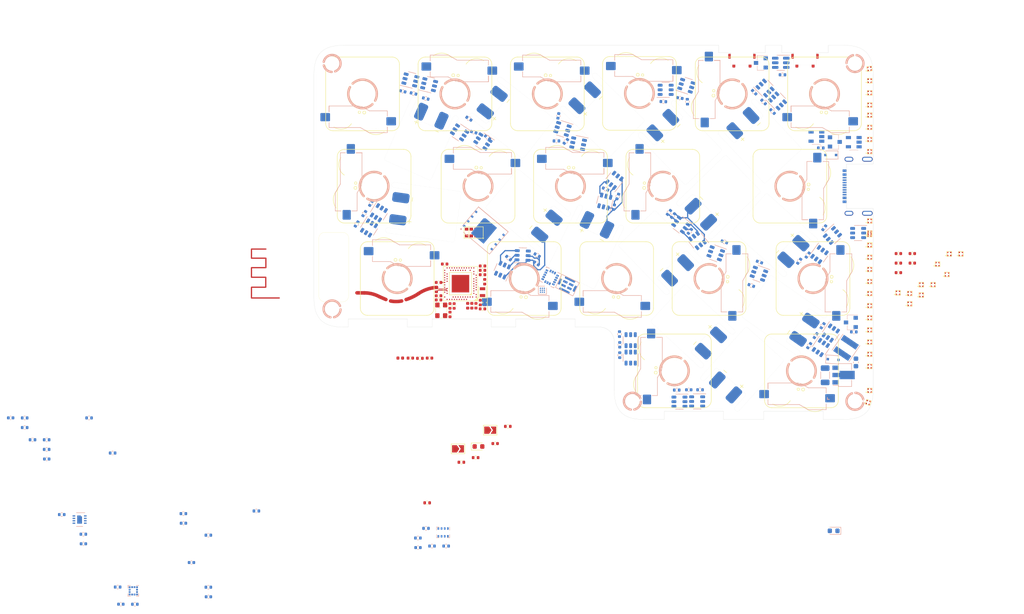
<source format=kicad_pcb>
(kicad_pcb (version 20211014) (generator pcbnew)
  (layers (0 "F.Cu" signal) (1 "In1.Cu" signal) (2 "In2.Cu" signal) (31 "B.Cu" signal) (34 "B.Paste" user) (35 "F.Paste" user) (36 "B.SilkS" user "B.Silkscreen") (37 "F.SilkS" user "F.Silkscreen") (38 "B.Mask" user) (39 "F.Mask" user) (44 "Edge.Cuts" user))
  (net 0 "")
  (net 1 "B1-")
  (net 2 "B+")
  (net 3 "B2-")
  (net 4 "B3-")
  (net 5 "B4-")
  (net 6 "B6-")
  (net 7 "B7-")
  (net 8 "B8-")
  (net 9 "B10-")
  (net 10 "B11-")
  (net 11 "B12-")
  (net 12 "GND")
  (net 13 "/MCU/RESET PIN")
  (net 16 "Net-(AE1-Pad1)")
  (net 17 "/MCU/P0.29")
  (net 18 "/MCU/P0.02")
  (net 19 "/MCU/P1.15")
  (net 20 "/MCU/P1.13")
  (net 21 "/MCU/P0.25")
  (net 22 "/MCU/P0.13")
  (net 23 "/MCU/P0.15")
  (net 24 "/MCU/P0.24")
  (net 25 "/MCU/P0.30")
  (net 26 "/MCU/P0.28")
  (net 27 "/MCU/P0.03")
  (net 28 "/MCU/P1.14")
  (net 29 "/MCU/P0.10")
  (net 30 "/MCU/P0.06")
  (net 31 "/MCU/P0.09")
  (net 32 "/MCU/P1.06")
  (net 33 "/MCU/P1.04")
  (net 34 "/MCU/P1.03")
  (net 35 "B5-")
  (net 36 "B9-")
  (net 37 "Net-(C1-Pad1)")
  (net 38 "Net-(C2-Pad1)")
  (net 39 "Net-(C3-Pad1)")
  (net 40 "Net-(C4-Pad1)")
  (net 41 "Net-(C5-Pad1)")
  (net 42 "Net-(C6-Pad1)")
  (net 43 "Net-(C7-Pad1)")
  (net 44 "Net-(C8-Pad1)")
  (net 45 "Net-(C9-Pad1)")
  (net 46 "Net-(C10-Pad1)")
  (net 47 "Net-(C11-Pad1)")
  (net 48 "Net-(C12-Pad1)")
  (net 49 "/LEDLane/Led_Vin")
  (net 50 "VBUS")
  (net 51 "B14-")
  (net 52 "B13-")
  (net 53 "SCL")
  (net 54 "Net-(C13-Pad1)")
  (net 55 "Net-(C14-Pad1)")
  (net 56 "Net-(C22-Pad1)")
  (net 57 "Net-(C23-Pad1)")
  (net 58 "Net-(C34-Pad2)")
  (net 59 "Net-(C26-Pad2)")
  (net 60 "Net-(C36-Pad2)")
  (net 61 "Net-(C27-Pad2)")
  (net 62 "/Filter&Reg/VBAT")
  (net 63 "Net-(C29-Pad1)")
  (net 64 "Net-(D1-Pad1)")
  (net 65 "Net-(D2-Pad1)")
  (net 66 "Net-(D2-Pad2)")
  (net 67 "Net-(D3-Pad2)")
  (net 68 "Net-(D4-Pad1)")
  (net 69 "CC1")
  (net 70 "Net-(J1-PadA6)")
  (net 71 "Net-(J1-PadA7)")
  (net 72 "CC2")
  (net 74 "Net-(JP1-Pad1)")
  (net 75 "Net-(JP1-Pad2)")
  (net 76 "Net-(JP2-Pad1)")
  (net 77 "Net-(L1-Pad2)")
  (net 78 "Net-(L2-Pad2)")
  (net 79 "Net-(Q2-Pad1)")
  (net 81 "GND1")
  (net 82 "Net-(Q11-Pad3)")
  (net 84 "Net-(Q11-Pad1)")
  (net 86 "Net-(Q12-Pad3)")
  (net 88 "Net-(Q12-Pad1)")
  (net 90 "Net-(Q13-Pad3)")
  (net 92 "Net-(Q13-Pad1)")
  (net 94 "Net-(Q14-Pad3)")
  (net 96 "Net-(Q14-Pad1)")
  (net 98 "Net-(Q15-Pad3)")
  (net 100 "Net-(Q15-Pad1)")
  (net 102 "Net-(Q16-Pad3)")
  (net 104 "Net-(Q16-Pad1)")
  (net 106 "Net-(Q17-Pad3)")
  (net 108 "Net-(Q17-Pad1)")
  (net 110 "Net-(Q10-Pad4)")
  (net 112 "Net-(Q10-Pad6)")
  (net 113 "Net-(Q11-Pad2)")
  (net 115 "Net-(Q12-Pad2)")
  (net 117 "Net-(Q13-Pad2)")
  (net 119 "Net-(Q14-Pad2)")
  (net 121 "Net-(Q15-Pad2)")
  (net 123 "Net-(Q16-Pad2)")
  (net 125 "Net-(Q17-Pad2)")
  (net 127 "Net-(Q18-Pad2)")
  (net 130 "Net-(Q19-Pad4)")
  (net 132 "Net-(Q19-Pad6)")
  (net 134 "Net-(Q20-Pad4)")
  (net 136 "Net-(Q20-Pad6)")
  (net 138 "Net-(Q21-Pad4)")
  (net 140 "Net-(Q21-Pad6)")
  (net 142 "Net-(Q22-Pad4)")
  (net 144 "Net-(Q22-Pad6)")
  (net 145 "Net-(Q23-Pad2)")
  (net 147 "Net-(Q24-Pad2)")
  (net 149 "Net-(Q25-Pad2)")
  (net 151 "Net-(Q26-Pad2)")
  (net 153 "/ExtVcc/GND_EN")
  (net 154 "/LEDLane/Led_Ground")
  (net 155 "/MCU/BatOffPin")
  (net 156 "SDA")
  (net 157 "/FuelGauge/BatteryPin")
  (net 158 "Net-(C35-Pad2)")
  (net 159 "Net-(C37-Pad2)")
  (net 160 "Net-(C38-Pad1)")
  (net 161 "Net-(C39-Pad2)")
  (net 162 "/Gyro/Gyro_Interupt")
  (net 163 "/BAROMETRIC/CSB")
  (net 164 "/BAROMETRIC/SDO")
  (net 165 "/LIGHT/APDS_IRQ")
  (net 168 "Net-(U2-Pad3)")
  (net 170 "Net-(U4-Pad4)")
  (net 171 "Net-(U5-Pad4)")
  (net 172 "Net-(U6-Pad4)")
  (net 173 "Net-(U7-Pad4)")
  (net 174 "Net-(U8-Pad4)")
  (net 175 "Net-(U10-Pad1)")
  (net 176 "Net-(U10-Pad4)")
  (net 177 "Net-(U11-Pad4)")
  (net 178 "Net-(U12-Pad4)")
  (net 179 "Net-(U13-Pad4)")
  (net 180 "Net-(U14-Pad4)")
  (net 181 "Net-(U15-Pad4)")
  (net 182 "Net-(U16-Pad4)")
  (net 183 "Net-(U17-Pad4)")
  (net 184 "Net-(U18-Pad4)")
  (net 185 "Net-(U19-Pad4)")
  (net 186 "Net-(U20-Pad4)")
  (net 187 "Net-(U21-Pad4)")
  (net 188 "Net-(U22-Pad4)")
  (net 189 "Net-(U23-Pad4)")
  (net 190 "Net-(U24-Pad4)")
  (net 191 "Net-(U25-Pad4)")
  (net 192 "Net-(U26-Pad4)")
  (net 193 "/LEDLane/DIN")
  (net 194 "/MCU/D+")
  (net 195 "/MCU/D-")
  (net 196 "/MCU/P0.31")
  (net 198 "/MCU/SWC")
  (net 199 "DCCH")
  (net 200 "/MCU/P0.14")
  (net 201 "/MCU/P0.16")
  (net 202 "/FLASH/QSPI_SCK")
  (net 203 "/FLASH/QSPI_DATA3")
  (net 204 "/FLASH/QSPI_DATA2")
  (net 205 "/MCU/SWD")
  (net 206 "/FLASH/QSPI_DATA0")
  (net 207 "/FLASH/QSPI_CS")
  (net 208 "/FLASH/QSPI_DATA1")
  (net 209 "/MCU/P1.12")
  (net 210 "/MCU/PDM_DAT")
  (net 211 "/MCU/PDM_CLK")
  (net 212 "PROG")
  (net 213 "/MCU/P0.07")
  (net 214 "/MCU/P0.08")
  (net 215 "/MCU/P1.07")
  (net 216 "/MCU/P0.05")
  (net 220 "Net-(U37-Pad3)")
  (net 224 "Net-(C41-Pad2)")
  (net 225 "Net-(C49-Pad1)")
  (net 227 "Net-(Q27-Pad4)")
  (net 229 "Net-(Q27-Pad6)")
  (net 231 "Net-(Q28-Pad4)")
  (net 233 "Net-(Q28-Pad6)")
  (net 234 "Net-(Q30-Pad2)")
  (net 236 "Net-(Q31-Pad2)")
  (net 238 "Net-(R43-Pad1)")
  (net 239 "Net-(R43-Pad2)")
  (net 240 "Net-(R44-Pad2)")
  (net 241 "Net-(R45-Pad1)")
  (net 242 "/BAROMETRIC/NRF_VDD")
  (footprint "Capacitor_SMD:C_0402_1005Metric" (layer "F.Cu") (at 119.7 115.95)
    (fp_text reference "C34" hide)
    (fp_text value "820pF")
  )
  (footprint "Library:BatteryV2" (layer "F.Cu") (at 177.918309 88.578937 -136)
    (fp_text reference "B6" hide)
    (fp_text value "Battery")
    (fp_line (start 10.35 13.65) (end 10.35 0.2) (layer "Edge.Cuts") (width 0.01))
    (fp_line (start 9.95 -0.2) (end 0.2 -0.2) (layer "Edge.Cuts") (width 0.01))
    (fp_line (start 9.25 10.600002) (end 9.25 13.65) (layer "Edge.Cuts") (width 0.01))
    (fp_line (start 0.9 13.65) (end 0.900002 10.6) (layer "Edge.Cuts") (width 0.01))
    (fp_line (start -0.2 0.2) (end -0.2 13.65) (layer "Edge.Cuts") (width 0.01))
    (fp_line (start 8.85 10.200002) (end 1.300002 10.2) (layer "Edge.Cuts") (width 0.01))
    (fp_arc (start 0.9 13.65) (mid 0.35 14.2) (end -0.2 13.65) (layer "Edge.Cuts") (width 0.01))
    (fp_arc (start 0.900002 10.6) (mid 1.01716 10.317158) (end 1.300002 10.2) (layer "Edge.Cuts") (width 0.01))
    (fp_arc (start 8.85 10.200002) (mid 9.132842 10.31716) (end 9.25 10.600002) (layer "Edge.Cuts") (width 0.01))
    (fp_arc (start 9.95 -0.2) (mid 10.232843 -0.082843) (end 10.35 0.2) (layer "Edge.Cuts") (width 0.01))
    (fp_arc (start -0.2 0.2) (mid -0.082842 -0.082843) (end 0.2 -0.2) (layer "Edge.Cuts") (width 0.01))
    (fp_arc (start 10.35 13.65) (mid 9.8 14.2) (end 9.25 13.65) (layer "Edge.Cuts") (width 0.01))
  )
  (footprint "Library:GateronHotswap" (layer "F.Cu") (at 194.5125 134.188524)
    (fp_text reference "REF**" hide)
    (fp_text value "GateronHotswap")
  )
  (footprint "Library:Led-ARGB" (layer "F.Cu") (at 219.24 116.42)
    (fp_text reference "U10" hide)
    (fp_text value "WS2812B_-_1010")
  )
  (footprint "Library:GateronHotswap" (layer "F.Cu") (at 104.025 77.038524)
    (fp_text reference "REF**" hide)
    (fp_text value "GateronHotswap")
  )
  (footprint "" (layer "F.Cu") (at 97.75 70.763524)
    (fp_text reference "")
    (fp_text value "")
  )
  (footprint "Library:Led-ARGB" (layer "F.Cu") (at 208.535703 71.84714 8)
    (fp_text reference "Uvsr" hide)
    (fp_text value "WS2812B_-_1010")
  )
  (footprint "Library:Led-ARGB" (layer "F.Cu") (at 208.584116 103.252726)
    (fp_text reference "t" hide)
    (fp_text value "WS2812B_-_1010")
  )
  (footprint "" (layer "F.Cu") (at 205.54995 70.763514 -90)
    (fp_text reference "")
    (fp_text value "")
  )
  (footprint "Library:Led-ARGB" (layer "F.Cu") (at 219.24 118.54)
    (fp_text reference "U7" hide)
    (fp_text value "WS2812B_-_1010")
  )
  (footprint "Inductor_SMD:L_0402_1005Metric" (layer "F.Cu") (at 111.8 131.55)
    (fp_text reference "L3" hide)
    (fp_text value "3.9nH")
  )
  (footprint "Library:BatteryV2" (layer "F.Cu") (at 194.340207 88.380839 -137)
    (fp_text reference "B1" hide)
    (fp_text value "Battery")
    (fp_line (start 8.85 10.200002) (end 1.300002 10.2) (layer "Edge.Cuts") (width 0.01))
    (fp_line (start 10.35 13.65) (end 10.35 0.2) (layer "Edge.Cuts") (width 0.01))
    (fp_line (start 0.9 13.65) (end 0.900002 10.6) (layer "Edge.Cuts") (width 0.01))
    (fp_line (start -0.2 0.2) (end -0.2 13.65) (layer "Edge.Cuts") (width 0.01))
    (fp_line (start 9.25 10.600002) (end 9.25 13.65) (layer "Edge.Cuts") (width 0.01))
    (fp_line (start 9.95 -0.2) (end 0.2 -0.2) (layer "Edge.Cuts") (width 0.01))
    (fp_arc (start 8.85 10.200002) (mid 9.132842 10.31716) (end 9.25 10.600002) (layer "Edge.Cuts") (width 0.01))
    (fp_arc (start 0.900002 10.6) (mid 1.01716 10.317158) (end 1.300002 10.2) (layer "Edge.Cuts") (width 0.01))
    (fp_arc (start 9.95 -0.2) (mid 10.232843 -0.082843) (end 10.35 0.2) (layer "Edge.Cuts") (width 0.01))
    (fp_arc (start 0.9 13.65) (mid 0.35 14.2) (end -0.2 13.65) (layer "Edge.Cuts") (width 0.01))
    (fp_arc (start 10.35 13.65) (mid 9.8 14.2) (end 9.25 13.65) (layer "Edge.Cuts") (width 0.01))
    (fp_arc (start -0.2 0.2) (mid -0.082842 -0.082842) (end 0.2 -0.2) (layer "Edge.Cuts") (width 0.01))
  )
  (footprint "Library:Led-ARGB" (layer "F.Cu") (at 222.57 112.18)
    (fp_text reference "U12" hide)
    (fp_text value "WS2812B_-_1010")
  )
  (footprint "Library:Led-ARGB" (layer "F.Cu") (at 208.584116 110.752726)
    (fp_text reference "U16" hide)
    (fp_text value "WS2812B_-_1010")
  )
  (footprint "Library:Led-ARGB" (layer "F.Cu") (at 208.584116 108.252726)
    (fp_text reference "Ua" hide)
    (fp_text value "WS2812B_-_1010")
  )
  (footprint "Library:Led-ARGB" (layer "F.Cu") (at 224.52 114.3)
    (fp_text reference "U5" hide)
    (fp_text value "WS2812B_-_1010")
  )
  (footprint "Crystal:Crystal_SMD_2012-2Pin_2.0x1.2mm" (layer "F.Cu") (at 128.760541 117.95 90)
    (fp_text reference "X1" hide)
    (fp_text value "32.768 kHz")
  )
  (footprint "Capacitor_SMD:C_0402_1005Metric" (layer "F.Cu") (at 129.2 120.1 -90)
    (fp_text reference "C22" hide)
    (fp_text value "12pF")
  )
  (footprint "Capacitor_SMD:C_0402_1005Metric" (layer "F.Cu") (at 119.7 119.55)
    (fp_text reference "C37" hide)
    (fp_text value "12pF")
  )
  (footprint "Library:crystal 32mhz" (layer "F.Cu") (at 120.25 121.7 -90)
    (fp_text reference "X2" hide)
    (fp_text value "32MHZ")
  )
  (footprint "Library:GateronHotswap" (layer "F.Cu") (at 146.8875 96.088524 180)
    (fp_text reference "REF**" hide)
    (fp_text value "GateronHotswap")
  )
  (footprint "LED_SMD:LED_0603_1608Metric" (layer "F.Cu") (at 127.924277 149.8)
    (fp_text reference "D2" hide)
    (fp_text value "BLUE")
  )
  (footprint "Library:GateronHotswap" (layer "F.Cu") (at 142.125 77.038524 180)
    (fp_text reference "REF**" hide)
    (fp_text value "GateronHotswap")
  )
  (footprint "Library:AQFN-73-1EP_7x7mm_P0.5mm_NRF52840-custom" (layer "F.Cu") (at 124.210541 116.2 180)
    (fp_text reference "U30" hide)
    (fp_text value "nRF52840_aQFN73")
  )
  (footprint "Capacitor_SMD:C_0402_1005Metric" (layer "F.Cu") (at 128.760541 114.35 180)
    (fp_text reference "C24" hide)
    (fp_text value "4.7uF")
  )
  (footprint "Resistor_SMD:R_0402_1005Metric" (layer "F.Cu") (at 117.344277 161.42)
    (fp_text reference "R37" hide)
    (fp_text value "4.7K")
  )
  (footprint "Library:Button" (layer "F.Cu") (at 182.245953 71.013525)
    (fp_text reference "U1" hide)
    (fp_text value "Button")
    (fp_line (start -2.32 0) (end -2.32 -2.25) (layer "Edge.Cuts") (width 0.01))
    (fp_line (start 2.32 0) (end -2.32 0) (layer "Edge.Cuts") (width 0.01))
    (fp_line (start 2.32 0) (end 2.32 -2.25) (layer "Edge.Cuts") (width 0.01))
  )
  (footprint "Library:Led-ARGB" (layer "F.Cu") (at 208.584116 120.752726)
    (fp_text reference "U20" hide)
    (fp_text value "WS2812B_-_1010")
  )
  (footprint "Library:GateronHotswap" (layer "F.Cu") (at 199.275 77.038524)
    (fp_text reference "REF**" hide)
    (fp_text value "GateronHotswap")
  )
  (footprint "Library:Led-ARGB" (layer "F.Cu") (at 208.584116 88.93352)
    (fp_text reference "Uda" hide)
    (fp_text value "WS2812B_-_1010")
  )
  (footprint "Library:Led-ARGB" (layer "F.Cu") (at 208.584116 123.252726)
    (fp_text reference "U21" hide)
    (fp_text value "WS2812B_-_1010")
  )
  (footprint "Library:Led-ARGB" (layer "F.Cu") (at 208.584116 74.333083)
    (fp_text reference "Uars" hide)
    (fp_text value "WS2812B_-_1010")
  )
  (footprint "Capacitor_SMD:C_0402_1005Metric" (layer "F.Cu") (at 217.375 111.955)
    (fp_text reference "C18" hide)
    (fp_text value "100nF")
  )
  (footprint "Capacitor_SMD:C_0402_1005Metric" (layer "F.Cu") (at 119.25 117.4 90)
    (fp_text reference "C35" hide)
    (fp_text value "1pF")
  )
  (footprint "Capacitor_SMD:C_0402_1005Metric" (layer "F.Cu") (at 122.05 120.8 90)
    (fp_text reference "C32" hide)
    (fp_text value "100nF")
  )
  (footprint "Library:BatteryV2" (layer "F.Cu") (at 180.55 105.3 48)
    (fp_text reference "B7" hide)
    (fp_text value "Battery")
    (fp_line (start -0.2 0.2) (end -0.2 13.65) (layer "Edge.Cuts") (width 0.01))
    (fp_line (start 9.95 -0.2) (end 0.2 -0.2) (layer "Edge.Cuts") (width 0.01))
    (fp_line (start 0.9 13.65) (end 0.900002 10.6) (layer "Edge.Cuts") (width 0.01))
    (fp_line (start 8.85 10.200002) (end 1.300002 10.2) (layer "Edge.Cuts") (width 0.01))
    (fp_line (start 10.35 13.65) (end 10.35 0.2) (layer "Edge.Cuts") (width 0.01))
    (fp_line (start 9.25 10.600002) (end 9.25 13.65) (layer "Edge.Cuts") (width 0.01))
    (fp_arc (start 0.900002 10.6) (mid 1.01716 10.317158) (end 1.300002 10.2) (layer "Edge.Cuts") (width 0.01))
    (fp_arc (start 8.85 10.200002) (mid 9.132842 10.31716) (end 9.25 10.600002) (layer "Edge.Cuts") (width 0.01))
    (fp_arc (start 9.95 -0.2) (mid 10.232843 -0.082843) (end 10.35 0.2) (layer "Edge.Cuts") (width 0.01))
    (fp_arc (start 0.9 13.65) (mid 0.35 14.2) (end -0.2 13.65) (layer "Edge.Cuts") (width 0.01))
    (fp_arc (start -0.2 0.2) (mid -0.082842 -0.082842) (end 0.2 -0.2) (layer "Edge.Cuts") (width 0.01))
    (fp_arc (start 10.35 13.65) (mid 9.8 14.2) (end 9.25 13.65) (layer "Edge.Cuts") (width 0.01))
  )
  (footprint "Library:Led-ARGB" (layer "F.Cu") (at 208.584116 128.252726)
    (fp_text reference "U23" hide)
    (fp_text value "WS2812B_-_1010")
  )
  (footprint "Library:GateronHotswap" (layer "F.Cu") (at 168.31875 134.188524 -90)
    (fp_text reference "REF**" hide)
    (fp_text value "GateronHotswap")
  )
  (footprint "Library:APDS-9960" (layer "F.Cu") (at 126.935 105.65 -90)
    (fp_text reference "U37" hide)
    (fp_text value "APDS-9960")
  )
  (footprint "Library:BatteryV2" (layer "F.Cu") (at 183.131534 125.296797 -42)
    (fp_text reference "B11" hide)
    (fp_text value "Battery")
    (fp_line (start 8.85 10.200002) (end 1.300002 10.2) (layer "Edge.Cuts") (width 0.01))
    (fp_line (start 9.95 -0.2) (end 0.2 -0.2) (layer "Edge.Cuts") (width 0.01))
    (fp_line (start 9.25 10.600002) (end 9.25 13.65) (layer "Edge.Cuts") (width 0.01))
    (fp_line (start 10.35 13.65) (end 10.35 0.2) (layer "Edge.Cuts") (width 0.01))
    (fp_line (start -0.2 0.2) (end -0.2 13.65) (layer "Edge.Cuts") (width 0.01))
    (fp_line (start 0.9 13.65) (end 0.900002 10.6) (layer "Edge.Cuts") (width 0.01))
    (fp_arc (start -0.2 0.2) (mid -0.082842 -0.082842) (end 0.2 -0.2) (layer "Edge.Cuts") (width 0.01))
    (fp_arc (start 9.95 -0.2) (mid 10.232843 -0.082843) (end 10.35 0.2) (layer "Edge.Cuts") (width 0.01))
    (fp_arc (start 0.9 13.65) (mid 0.35 14.2) (end -0.2 13.65) (layer "Edge.Cuts") (width 0.01))
    (fp_arc (start 10.35 13.65) (mid 9.8 14.2) (end 9.25 13.65) (layer "Edge.Cuts") (width 0.01))
    (fp_arc (start 8.85 10.200002) (mid 9.132842 10.31716) (end 9.25 10.600002) (layer "Edge.Cuts") (width 0.01))
    (fp_arc (start 0.900002 10.6) (mid 1.01716 10.317158) (end 1.300002 10.2) (layer "Edge.Cuts") (width 0.01))
  )
  (footprint "Library:Led-ARGB" (layer "F.Cu") (at 216.83 118.24)
    (fp_text reference "U6" hide)
    (fp_text value "WS2812B_-_1010")
  )
  (footprint "Library:2.4GHz-meander-antenna-v2" (layer "F.Cu") (at 86.85 119.15 -90)
    (fp_text reference "AE1" hide)
    (fp_text value "Antenna" hide)
  )
  (footprint "Library:BatteryV2" (layer "F.Cu") (at 124.193029 97.388894 -98)
    (fp_text reference "B13" hide)
    (fp_text value "Battery")
    (fp_line (start 9.25 10.600002) (end 9.25 13.65) (layer "Edge.Cuts") (width 0.01))
    (fp_line (start 0.9 13.65) (end 0.900002 10.6) (layer "Edge.Cuts") (width 0.01))
    (fp_line (start 10.35 13.65) (end 10.35 0.2) (layer "Edge.Cuts") (width 0.01))
    (fp_line (start 8.85 10.200002) (end 1.300002 10.2) (layer "Edge.Cuts") (width 0.01))
    (fp_line (start 9.95 -0.2) (end 0.2 -0.2) (layer "Edge.Cuts") (width 0.01))
    (fp_line (start -0.2 0.2) (end -0.2 13.65) (layer "Edge.Cuts") (width 0.01))
    (fp_arc (start -0.2 0.2) (mid -0.082842 -0.082842) (end 0.2 -0.2) (layer "Edge.Cuts") (width 0.01))
    (fp_arc (start 0.900002 10.6) (mid 1.01716 10.317158) (end 1.300002 10.2) (layer "Edge.Cuts") (width 0.01))
    (fp_arc (start 10.35 13.65) (mid 9.799999 14.2) (end 9.25 13.65) (layer "Edge.Cuts") (width 0.01))
    (fp_arc (start 8.85 10.200002) (mid 9.132842 10.31716) (end 9.25 10.600002) (layer "Edge.Cuts") (width 0.01))
    (fp_arc (start 9.95 -0.2) (mid 10.232842 -0.082842) (end 10.35 0.2) (layer "Edge.Cuts") (width 0.01))
    (fp_arc (start 0.9 13.65) (mid 0.35 14.2) (end -0.2 13.65) (layer "Edge.Cuts") (width 0.01))
  )
  (footprint "Jumper:SolderJumper-2_P1.3mm_Open_TrianglePad1.0x1.5mm" (layer "F.Cu") (at 123.704277 150.28)
    (fp_text reference "JP1" hide)
    (fp_text value "SolderJumper_2_Open")
  )
  (footprint "Library:Led-ARGB" (layer "F.Cu") (at 208.584116 86.443083)
    (fp_text reference "Uarst" hide)
    (fp_text value "WS2812B_-_1010")
  )
  (footprint "Capacitor_SMD:C_0402_1005Metric" (layer "F.Cu") (at 214.505 111.955)
    (fp_text reference "C20" hide)
    (fp_text value "100nF")
  )
  (footprint "Library:GateronHotswap" (layer "F.Cu") (at 196.893751 115.138524 90)
    (fp_text reference "REF**" hide)
    (fp_text value "GateronHotswap")
  )
  (footprint "Library:Led-ARGB" (layer "F.Cu") (at 208.584116 113.252726)
    (fp_text reference "U17" hide)
    (fp_text value "WS2812B_-_1010")
  )
  (footprint "Library:Led-ARGB" (layer "F.Cu") (at 208.280645 140.716041 -18)
    (fp_text reference "U27" hide)
    (fp_text value "WS2812B_-_1010")
  )
  (footprint "Library:GateronHotswap" (layer "F.Cu") (at 137.3625 115.138524)
    (fp_text reference "REF**" hide)
    (fp_text value "GateronHotswap")
  )
  (footprint "Jumper:SolderJumper-2_P1.3mm_Open_TrianglePad1.0x1.5mm" (layer "F.Cu") (at 130.344277 146.43)
    (fp_text reference "JP2" hide)
    (fp_text value "SolderJumper_2_Open")
  )
  (footprint "Library:Led-ARGB" (layer "F.Cu") (at 208.584116 76.833083)
    (fp_text reference "Uvars" hide)
    (fp_text value "WS2812B_-_1010")
  )
  (footprint "Library:ConicCorner" (layer "F.Cu") (at 207.299949 67.013524)
    (fp_text reference "REF**" hide)
    (fp_text value "ConicCorner" hide)
    (fp_line (start 0.685007 1.565378) (end 0.56 1.44) (layer "Edge.Cuts") (width 0.03))
    (fp_line (start -3.109557 0.029585) (end -3.326097 0.014735) (layer "Edge.Cuts") (width 0.03))
    (fp_line (start -2.476649 0.094994) (end -2.684833 0.069714) (layer "Edge.Cuts") (width 0.03))
    (fp_line (start 0.685007 1.565378) (end 0.803113 1.697657) (layer "Edge.Cuts") (width 0.03))
    (fp_line (start 1.589742 3.127744) (end 1.650704 3.30803) (layer "Edge.Cuts") (width 0.03))
    (fp_line (start -0.608282 0.620207) (end -0.77787 0.545713) (layer "Edge.Cuts") (width 0.03))
    (fp_line (start 0.434993 1.314622) (end 0.302343 1.196887) (layer "Edge.Cuts") (width 0.03))
    (fp_line (start 0.434993 1.314622) (end 0.56 1.44) (layer "Edge.Cuts") (width 0.03))
    (fp_line (start -1.127744 0.410258) (end -1.30803 0.349296) (layer "Edge.Cuts") (width 0.03))
    (fp_line (start 1.905006 4.476649) (end 1.930286 4.684833) (layer "Edge.Cuts") (width 0.03))
    (fp_line (start 1.970415 5.109557) (end 1.985265 5.326097) (layer "Edge.Cuts") (width 0.03))
    (fp_line (start 1.38 2.61) (end 1.454287 2.77787) (layer "Edge.Cuts") (width 0.03))
    (fp_curve (pts (xy 1.113416 2.13435) (xy 1.209506 2.286225) (xy 1.298275 2.444307) (xy 1.379793 2.608282)) (layer "Edge.Cuts") (width 0.03))
    (fp_curve (pts (xy -4 0) (xy -3.771346 0) (xy -3.546712 0.004911) (xy -3.326097 0.014735)) (layer "Edge.Cuts") (width 0.03))
    (fp_curve (pts (xy -0.608282 0.620207) (xy -0.444307 0.701725) (xy -0.286225 0.790494) (xy -0.13435 0.886584)) (layer "Edge.Cuts") (width 0.03))
    (fp_curve (pts (xy 1.650704 3.30803) (xy 1.705157 3.493399) (xy 1.753391 3.683603) (xy 1.795683 3.87844)) (layer "Edge.Cuts") (width 0.03))
    (fp_curve (pts (xy 1.985265 5.326097) (xy 1.995089 5.546712) (xy 2 5.771346) (xy 2 6)) (layer "Edge.Cuts") (width 0.03))
    (fp_curve (pts (xy 1.795683 3.87844) (xy 1.837975 4.073277) (xy 1.874324 4.272747) (xy 1.905006 4.476649)) (layer "Edge.Cuts") (width 0.03))
    (fp_curve (pts (xy -0.13435 0.886584) (xy 0.017526 0.982674) (xy 0.163194 1.086085) (xy 0.302343 1.196887)) (layer "Edge.Cuts") (width 0.03))
    (fp_curve (pts (xy 0.803113 1.697657) (xy 0.913915 1.836806) (xy 1.017326 1.982474) (xy 1.113416 2.13435)) (layer "Edge.Cuts") (width 0.03))
    (fp_curve (pts (xy 1.454287 2.77787) (xy 1.522015 2.952807) (xy 1.522015 2.952807) (xy 1.589742 3.127744)) (layer "Edge.Cuts") (width 0.03))
    (fp_curve (pts (xy -1.127744 0.410258) (xy -0.952807 0.477985) (xy -0.952807 0.477985) (xy -0.77787 0.545713)) (layer "Edge.Cuts") (width 0.03))
    (fp_curve (pts (xy -2.476649 0.094994) (xy -2.272747 0.125676) (xy -2.073277 0.162025) (xy -1.87844 0.204317)) (layer "Edge.Cuts") (width 0.03))
    (fp_curve (pts (xy 1.930286 4.684833) (xy 1.95035 4.897195) (xy 1.95035 4.897195) (xy 1.970415 5.109557)) (layer "Edge.Cuts") (width 0.03))
    (fp_curve (pts (xy -3.109557 0.029585) (xy -2.897195 0.04965) (xy -2.897195 0.04965) (xy -2.684833 0.069714)) (layer "Edge.Cuts") (width 0.03))
    (fp_curve (pts (xy -1.87844 0.204317) (xy -1.683603 0.246609) (xy -1.493399 0.294843) (xy -1.30803 0.349296)) (layer "Edge.Cuts") (width 0.03))
  )
  (footprint "Resistor_SMD:R_0402_1005Metric" (layer "F.Cu") (at 115.85 131.6)
    (fp_text reference "R39" hide)
    (fp_text value "0R")
  )
  (footprint "Library:Led-ARGB" (layer "F.Cu") (at 227.39 110.06)
    (fp_text reference "U13" hide)
    (fp_text value "WS2812B_-_1010")
  )
  (footprint "Library:Led-ARGB" (layer "F.Cu") (at 216.83 120.36)
    (fp_text reference "U9" hide)
    (fp_text value "WS2812B_-_1010")
  )
  (footprint "Library:Led-ARGB" (layer "F.Cu") (at 208.584116 125.752726)
    (fp_text reference "U22" hide)
    (fp_text value "WS2812B_-_1010")
  )
  (footprint "Library:BatteryV2" (layer "F.Cu") (at 129.575 100.525 50)
    (fp_text reference "B14" hide)
    (fp_text value "Battery")
    (fp_line (start 9.25 10.600002) (end 9.25 13.65) (layer "Edge.Cuts") (width 0.01))
    (fp_line (start 8.85 10.200002) (end 1.300002 10.2) (layer "Edge.Cuts") (width 0.01))
    (fp_line (start 0.9 13.65) (end 0.900002 10.6) (layer "Edge.Cuts") (width 0.01))
    (fp_line (start -0.2 0.2) (end -0.2 13.65) (layer "Edge.Cuts") (width 0.01))
    (fp_line (start 9.95 -0.2) (end 0.2 -0.2) (layer "Edge.Cuts") (width 0.01))
    (fp_line (start 10.35 13.65) (end 10.35 0.2) (layer "Edge.Cuts") (width 0.01))
    (fp_arc (start 10.35 13.65) (mid 9.8 14.2) (end 9.25 13.65) (layer "Edge.Cuts") (width 0.01))
    (fp_arc (start 0.9 13.65) (mid 0.35 14.2) (end -0.2 13.65) (layer "Edge.Cuts") (width 0.01))
    (fp_arc (start -0.2 0.2) (mid -0.082842 -0.082842) (end 0.2 -0.2) (layer "Edge.Cuts") (width 0.01))
    (fp_arc (start 8.85 10.200002) (mid 9.132843 10.31716) (end 9.25 10.600002) (layer "Edge.Cuts") (width 0.01))
    (fp_arc (start 0.900002 10.6) (mid 1.01716 10.317158) (end 1.300002 10.2) (layer "Edge.Cuts") (width 0.01))
    (fp_arc (start 9.95 -0.2) (mid 10.232842 -0.082842) (end 10.35 0.2) (layer "Edge.Cuts") (width 0.01))
  )
  (footprint "Capacitor_SMD:C_0402_1005Metric" (layer "F.Cu") (at 214.505 109.985)
    (fp_text reference "C17" hide)
    (fp_text value "100nF")
  )
  (footprint "Capacitor_SMD:C_0402_1005Metric" (layer "F.Cu") (at 127.4 120.75 90)
    (fp_text reference "C28" hide)
    (fp_text value "1uF")
  )
  (footprint "" (layer "F.Cu") (at 205.549957 140.463525 180)
    (fp_text reference "")
    (fp_text value "")
  )
  (footprint "Resistor_SMD:R_0402_1005Metric" (layer "F.Cu") (at 124.394277 153.05)
    (fp_text reference "R36" hide)
    (fp_text value "4.7K")
  )
  (footprint "Library:BatteryV2" (layer "F.Cu") (at 178.878938 89.881692 -46)
    (fp_text reference "B5" hide)
    (fp_text value "Battery")
    (fp_line (start 9.95 -0.2) (end 0.2 -0.2) (layer "Edge.Cuts") (width 0.01))
    (fp_line (start 9.25 10.600002) (end 9.25 13.65) (layer "Edge.Cuts") (width 0.01))
    (fp_line (start -0.2 0.2) (end -0.2 13.65) (layer "Edge.Cuts") (width 0.01))
    (fp_line (start 10.35 13.65) (end 10.35 0.2) (layer "Edge.Cuts") (width 0.01))
    (fp_line (start 0.9 13.65) (end 0.900002 10.6) (layer "Edge.Cuts") (width 0.01))
    (fp_line (start 8.85 10.200002) (end 1.300002 10.2) (layer "Edge.Cuts") (width 0.01))
    (fp_arc (start 9.95 -0.2) (mid 10.232842 -0.082842) (end 10.35 0.2) (layer "Edge.Cuts") (width 0.01))
    (fp_arc (start 0.9 13.65) (mid 0.35 14.2) (end -0.2 13.65) (layer "Edge.Cuts") (width 0.01))
    (fp_arc (start 0.900002 10.6) (mid 1.01716 10.317158) (end 1.300002 10.2) (layer "Edge.Cuts") (width 0.01))
    (fp_arc (start -0.2 0.2) (mid -0.082842 -0.082843) (end 0.2 -0.2) (layer "Edge.Cuts") (width 0.01))
    (fp_arc (start 8.85 10.200002) (mid 9.132842 10.31716) (end 9.25 10.600002) (layer "Edge.Cuts") (width 0.01))
    (fp_arc (start 10.35 13.65) (mid 9.8 14.2) (end 9.25 13.65) (layer "Edge.Cuts") (width 0.01))
  )
  (footprint "Resistor_SMD:R_0402_1005Metric" (layer "F.Cu") (at 127.334277 152.09)
    (fp_text reference "R38" hide)
    (fp_text value "1K")
  )
  (footprint "Inductor_SMD:L_0402_1005Metric" (layer "F.Cu") (at 125.7 120.75 -90)
    (fp_text reference "L1" hide)
    (fp_text value "15nH")
  )
  (footprint "Library:Led-ARGB" (layer "F.Cu") (at 208.584116 130.752726)
    (fp_text reference "U24" hide)
    (fp_text value "WS2812B_-_1010")
  )
  (footprint "Library:BatteryV2" (layer "F.Cu") (at 117.952058 94.664884 156)
    (fp_text reference "B2" hide)
    (fp_text value "Battery")
    (fp_line (start -0.2 0.2) (end -0.2 13.65) (layer "Edge.Cuts") (width 0.01))
    (fp_line (start 9.25 10.600002) (end 9.25 13.65) (layer "Edge.Cuts") (width 0.01))
    (fp_line (start 8.85 10.200002) (end 1.300002 10.2) (layer "Edge.Cuts") (width 0.01))
    (fp_line (start 0.9 13.65) (end 0.900002 10.6) (layer "Edge.Cuts") (width 0.01))
    (fp_line (start 9.95 -0.2) (end 0.2 -0.2) (layer "Edge.Cuts") (width 0.01))
    (fp_line (start 10.35 13.65) (end 10.35 0.2) (layer "Edge.Cuts") (width 0.01))
    (fp_arc (start 10.35 13.65) (mid 9.8 14.2) (end 9.25 13.65) (layer "Edge.Cuts") (width 0.01))
    (fp_arc (start 0.9 13.65) (mid 0.35 14.2) (end -0.2 13.65) (layer "Edge.Cuts") (width 0.01))
    (fp_arc (start 8.85 10.200002) (mid 9.132843 10.31716) (end 9.25 10.600002) (layer "Edge.Cuts") (width 0.01))
    (fp_arc (start 9.95 -0.2) (mid 10.232843 -0.082843) (end 10.35 0.2) (layer "Edge.Cuts") (width 0.01))
    (fp_arc (start 0.900002 10.6) (mid 1.01716 10.317158) (end 1.300002 10.2) (layer "Edge.Cuts") (width 0.01))
    (fp_arc (start -0.2 0.2) (mid -0.082842 -0.082842) (end 0.2 -0.2) (layer "Edge.Cuts") (width 0.01))
  )
  (footprint "Library:BatteryV2" (layer "F.Cu") (at 151.656124 117.070582 154)
    (fp_text reference "B9" hide)
    (fp_text value "Battery")
    (fp_line (start -0.2 0.2) (end -0.2 13.65) (layer "Edge.Cuts") (width 0.01))
    (fp_line (start 9.95 -0.2) (end 0.2 -0.2) (layer "Edge.Cuts") (width 0.01))
    (fp_line (start 0.9 13.65) (end 0.900002 10.6) (layer "Edge.Cuts") (width 0.01))
    (fp_line (start 8.85 10.200002) (end 1.300002 10.2) (layer "Edge.Cuts") (width 0.01))
    (fp_line (start 10.35 13.65) (end 10.35 0.2) (layer "Edge.Cuts") (width 0.01))
    (fp_line (start 9.25 10.600002) (end 9.25 13.65) (layer "Edge.Cuts") (width 0.01))
    (fp_arc (start -0.2 0.2) (mid -0.082842 -0.082842) (end 0.2 -0.2) (layer "Edge.Cuts") (width 0.01))
    (fp_arc (start 0.900002 10.6) (mid 1.01716 10.317158) (end 1.300002 10.2) (layer "Edge.Cuts") (width 0.01))
    (fp_arc (start 8.85 10.200002) (mid 9.132842 10.31716) (end 9.25 10.600002) (layer "Edge.Cuts") (width 0.01))
    (fp_arc (start 9.95 -0.2) (mid 10.232842 -0.082842) (end 10.35 0.2) (layer "Edge.Cuts") (width 0.01))
    (fp_arc (start 0.9 13.65) (mid 0.35 14.2) (end -0.2 13.65) (layer "Edge.Cuts") (width 0.01))
    (fp_arc (start 10.35 13.65) (mid 9.8 14.2) (end 9.25 13.65) (layer "Edge.Cuts") (width 0.01))
  )
  (footprint "Capacitor_SMD:C_0402_1005Metric" (layer "F.Cu") (at 214.505 113.925)
    (fp_text reference "C19" hide)
    (fp_text value "100nF")
  )
  (footprint "Library:GateronHotswap" (layer "F.Cu") (at 175.462499 115.138524 90)
    (fp_text reference "REF**" hide)
    (fp_text value "GateronHotswap")
  )
  (footprint "Library:ConicCorner" (layer "F.Cu") (at 157.9125 144.213524 180)
    (fp_text reference "REF**" hide)
    (fp_text value "ConicCorner" hide)
    (fp_line (start -2.476649 0.094994) (end -2.684833 0.069714) (layer "Edge.Cuts") (width 0.03))
    (fp_line (start 1.38 2.61) (end 1.454287 2.77787) (layer "Edge.Cuts") (width 0.03))
    (fp_line (start 0.434993 1.314622) (end 0.302343 1.196887) (layer "Edge.Cuts") (width 0.03))
    (fp_line (start 0.685007 1.565378) (end 0.56 1.44) (layer "Edge.Cuts") (width 0.03))
    (fp_line (start 1.905006 4.476649) (end 1.930286 4.684833) (layer "Edge.Cuts") (width 0.03))
    (fp_line (start -1.127744 0.410258) (end -1.30803 0.349296) (layer "Edge.Cuts") (width 0.03))
    (fp_line (start 0.685007 1.565378) (end 0.803113 1.697657) (layer "Edge.Cuts") (width 0.03))
    (fp_line (start 1.589742 3.127744) (end 1.650704 3.30803) (layer "Edge.Cuts") (width 0.03))
    (fp_line (start -3.109557 0.029585) (end -3.326097 0.014735) (layer "Edge.Cuts") (width 0.03))
    (fp_line (start -0.608282 0.620207) (end -0.77787 0.545713) (layer "Edge.Cuts") (width 0.03))
    (fp_line (start 0.434993 1.314622) (end 0.56 1.44) (layer "Edge.Cuts") (width 0.03))
    (fp_line (start 1.970415 5.109557) (end 1.985265 5.326097) (layer "Edge.Cuts") (width 0.03))
    (fp_curve (pts (xy 1.795683 3.87844) (xy 1.837975 4.073277) (xy 1.874324 4.272747) (xy 1.905006 4.476649)) (layer "Edge.Cuts") (width 0.03))
    (fp_curve (pts (xy -0.13435 0.886584) (xy 0.017526 0.982674) (xy 0.163194 1.086085) (xy 0.302343 1.196887)) (layer "Edge.Cuts") (width 0.03))
    (fp_curve (pts (xy -1.87844 0.204317) (xy -1.683603 0.246609) (xy -1.493399 0.294843) (xy -1.30803 0.349296)) (layer "Edge.Cuts") (width 0.03))
    (fp_curve (pts (xy 1.930286 4.684833) (xy 1.95035 4.897195) (xy 1.95035 4.897195) (xy 1.970415 5.109557)) (layer "Edge.Cuts") (width 0.03))
    (fp_curve (pts (xy -4 0) (xy -3.771346 0) (xy -3.546712 0.004911) (xy -3.326097 0.014735)) (layer "Edge.Cuts") (width 0.03))
    (fp_curve (pts (xy -3.109557 0.029585) (xy -2.897195 0.04965) (xy -2.897195 0.04965) (xy -2.684833 0.069714)) (layer "Edge.Cuts") (width 0.03))
    (fp_curve (pts (xy -1.127744 0.410258) (xy -0.952807 0.477985) (xy -0.952807 0.477985) (xy -0.77787 0.545713)) (layer "Edge.Cuts") (width 0.03))
    (fp_curve (pts (xy 1.113416 2.13435) (xy 1.209506 2.286225) (xy 1.298275 2.444307) (xy 1.379793 2.608282)) (layer "Edge.Cuts") (width 0.03))
    (fp_curve (pts (xy 1.650704 3.30803) (xy 1.705157 3.493399) (xy 1.753391 3.683603) (xy 1.795683 3.87844)) (layer "Edge.Cuts") (width 0.03))
    (fp_curve (pts (xy 0.803113 1.697657) (xy 0.913915 1.836806) (xy 1.017326 1.982474) (xy 1.113416 2.13435)) (layer "Edge.Cuts") (width 0.03))
    (fp_curve (pts (xy 1.454287 2.77787) (xy 1.522015 2.952807) (xy 1.522015 2.952807) (xy 1.589742 3.127744)) (layer "Edge.Cuts") (width 0.03))
    (fp_curve (pts (xy -2.476649 0.094994) (xy -2.272747 0.125676) (xy -2.073277 0.162025) (xy -1.87844 0.204317)) (layer "Edge.Cuts") (width 0.03))
    (fp_curve (pts (xy 1.985265 5.326097) (xy 1.995089 5.546712) (xy 2 5.771346) (xy 2 6)) (layer "Edge.Cuts") (width 0.03))
    (fp_curve (pts (xy -0.608282 0.620207) (xy -0.444307 0.701725) (xy -0.286225 0.790494) (xy -0.13435 0.886584)) (layer "Edge.Cuts") (width 0.03))
  )
  (footprint "Capacitor_SMD:C_0402_1005Metric" (layer "F.Cu") (at 119.7 118.7 180)
    (fp_text reference "C38" hide)
    (fp_text value "100pF")
  )
  (footprint "Library:GateronHotswap" (layer "F.Cu") (at 123.075 77.038524 180)
    (fp_text reference "REF**" hide)
    (fp_text value "GateronHotswap")
  )
  (footprint "Capacitor_SMD:C_0402_1005Metric" (layer "F.Cu") (at 120.95 112.15)
    (fp_text reference "C33" hide)
    (fp_text value "100nF")
  )
  (footprint "Library:Led-ARGB" (layer "F.Cu") (at 208.584116 105.752726)
    (fp_text reference "Us" hide)
    (fp_text value "WS2812B_-_1010")
  )
  (footprint "Library:Led-ARGB" (layer "F.Cu") (at 208.55 106.05)
    (fp_text reference "U14" hide)
    (fp_text value "WS2812B_-_1010")
  )
  (footprint "Library:GateronHotswap" (layer "F.Cu") (at 165.9375 96.088524 -90)
    (fp_text reference "REF**" hide)
    (fp_text value "GateronHotswap")
  )
  (footprint "Library:BatteryV2" (layer "F.Cu") (at 182.396263 122.971617 55)
    (fp_text reference "B10" hide)
    (fp_text value "Battery")
    (fp_line (start 10.35 13.65) (end 10.35 0.2) (layer "Edge.Cuts") (width 0.01))
    (fp_line (start 9.25 10.600002) (end 9.25 13.65) (layer "Edge.Cuts") (width 0.01))
    (fp_line (start 0.9 13.65) (end 0.900002 10.6) (layer "Edge.Cuts") (width 0.01))
    (fp_line (start -0.2 0.2) (end -0.2 13.65) (layer "Edge.Cuts") (width 0.01))
    (fp_line (start 9.95 -0.2) (end 0.2 -0.2) (layer "Edge.Cuts") (width 0.01))
    (fp_line (start 8.85 10.200002) (end 1.300002 10.2) (layer "Edge.Cuts") (width 0.01))
    (fp_arc (start 8.85 10.200002) (mid 9.132842 10.31716) (end 9.25 10.600002) (layer "Edge.Cuts") (width 0.01))
    (fp_arc (start -0.2 0.2) (mid -0.082842 -0.082842) (end 0.2 -0.2) (layer "Edge.Cuts") (width 0.01))
    (fp_arc (start 9.95 -0.2) (mid 10.232843 -0.082842) (end 10.35 0.2) (layer "Edge.Cuts") (width 0.01))
    (fp_arc (start 0.9 13.65) (mid 0.35 14.2) (end -0.2 13.65) (layer "Edge.Cuts") (width 0.01))
    (fp_arc (start 0.900002 10.6) (mid 1.01716 10.317158) (end 1.300002 10.2) (layer "Edge.Cuts") (width 0.01))
    (fp_arc (start 10.35 13.65) (mid 9.800001 14.2) (end 9.25 13.65) (layer "Edge.Cuts") (width 0.01))
  )
  (footprint "Capacitor_SMD:C_0402_1005Metric" (layer "F.Cu") (at 129.210541 115.8 90)
    (fp_text reference "C23" hide)
    (fp_text value "12pF")
  )
  (footprint "Library:Led-ARGB" (layer "F.Cu") (at 214.42 118.09)
    (fp_text reference "U11" hide)
    (fp_text value "WS2812B_-_1010")
  )
  (footprint "Library:Led-ARGB" (layer "F.Cu") (at 208.584116 108.252726)
    (fp_text reference "U15" hide)
    (fp_text value "WS2812B_-_1010")
  )
  (footprint "Library:Led-ARGB" (layer "F.Cu") (at 224.98 110.06)
    (fp_text reference "U8" hide)
    (fp_text value "WS2812B_-_1010")
  )
  (footprint "Capacitor_SMD:C_0402_1005Metric" (layer "F.Cu") (at 131.364277 149.19)
    (fp_text reference "C31" hide)
    (fp_text value "100nF")
  )
  (footprint "Library:Led-ARGB" (layer "F.Cu") (at 221.65 116.42)
    (fp_text reference "U4" hide)
    (fp_text value "WS2812B_-_1010")
  )
  (footprint "Capacitor_SMD:C_0402_1005Metric" (layer "F.Cu") (at 128.75 121.4)
    (fp_text reference "C29" hide)
    (fp_text value "1uF")
  )
  (footprint "Library:Led-ARGB" (layer "F.Cu") (at 208.584116 81.43352)
    (fp_text reference "Ubk" hide)
    (fp_text value "WS2812B_-_1010")
  )
  (footprint "Capacitor_SMD:C_0402_1005Metric" (layer "F.Cu") (at 122.05 122.55 -90)
    (fp_text reference "C36" hide)
    (fp_text value "12pF")
  )
  (footprint "Capacitor_SMD:C_0402_1005Metric" (layer "F.Cu") (at 128.760541 112.55 180)
    (fp_text reference "C27" hide)
    (fp_text value "4.7uF")
  )
  (footprint "" (layer "F.Cu") (at 97.75 121.413526 90)
    (fp_text reference "")
    (fp_text value "")
  )
  (footprint "Library:Led-ARGB" (layer "F.Cu") (at 208.584116 79.333083)
    (fp_text reference "Ufvrv" hide)
    (fp_text value "WS2812B_-_1010")
  )
  (footprint "Library:Led-ARGB" (layer "F.Cu") (at 208.584116 83.943083)
    (fp_text reference "Uftrs" hide)
    (fp_text value "WS2812B_-_1010")
  )
  (footprint "Inductor_SMD:L_0402_1005Metric" (layer "F.Cu") (at 126.55 120.75 90)
    (fp_text reference "L2" hide)
    (fp_text value "10uH")
  )
  (footprint "Library:GateronHotswap" (layer "F.Cu") (at 127.8375 96.088524 180)
    (fp_text reference "REF**" hide)
    (fp_text value "GateronHotswap")
  )
  (footprint "Resistor_SMD:R_0402_1005Metric" (layer "F.Cu") (at 133.974277 145.65)
    (fp_text reference "R35" hide)
    (fp_text value "5.1K")
  )
  (footprint "Capacitor_SMD:C_0402_1005Metric" (layer "F.Cu") (at 217.375 109.985)
    (fp_text reference "C16" hide)
    (fp_text value "100nF")
  )
  (footprint "Library:Led-ARGB" (layer "F.Cu") (at 208.584116 115.752726)
    (fp_text reference "U18" hide)
    (fp_text value "WS2812B_-_1010")
  )
  (footprint "Library:ConicCorner" (layer "F.Cu") (at 96 125.163524 180)
    (fp_text reference "REF**" hide)
    (fp_text value "ConicCorner" hide)
    (fp_line (start -3.109557 0.029585) (end -3.326097 0.014735) (layer "Edge.Cuts") (width 0.03))
    (fp_line (start -2.476649 0.094994) (end -2.684833 0.069714) (layer "Edge.Cuts") (width 0.03))
    (fp_line (start -1.127744 0.410258) (end -1.30803 0.349296) (layer "Edge.Cuts") (width 0.03))
    (fp_line (start 1.589742 3.127744) (end 1.650704 3.30803) (layer "Edge.Cuts") (width 0.03))
    (fp_line (start 1.905006 4.476649) (end 1.930286 4.684833) (layer "Edge.Cuts") (width 0.03))
    (fp_line (start 1.970415 5.109557) (end 1.985265 5.326097) (layer "Edge.Cuts") (width 0.03))
    (fp_line (start 0.685007 1.565378) (end 0.803113 1.697657) (layer "Edge.Cuts") (width 0.03))
    (fp_line (start 0.434993 1.314622) (end 0.302343 1.196887) (layer "Edge.Cuts") (width 0.03))
    (fp_line (start 0.434993 1.314622) (end 0.56 1.44) (layer "Edge.Cuts") (width 0.03))
    (fp_line (start 0.685007 1.565378) (end 0.56 1.44) (layer "Edge.Cuts") (width 0.03))
    (fp_line (start -0.608282 0.620207) (end -0.77787 0.545713) (layer "Edge.Cuts") (width 0.03))
    (fp_line (start 1.38 2.61) (end 1.454287 2.77787) (layer "Edge.Cuts") (width 0.03))
    (fp_curve (pts (xy -1.127744 0.410258) (xy -0.952807 0.477985) (xy -0.952807 0.477985) (xy -0.77787 0.545713)) (layer "Edge.Cuts") (width 0.03))
    (fp_curve (pts (xy -3.109557 0.029585) (xy -2.897195 0.04965) (xy -2.897195 0.04965) (xy -2.684833 0.069714)) (layer "Edge.Cuts") (width 0.03))
    (fp_curve (pts (xy 1.113416 2.13435) (xy 1.209506 2.286225) (xy 1.298275 2.444307) (xy 1.379793 2.608282)) (layer "Edge.Cuts") (width 0.03))
    (fp_curve (pts (xy 1.795683 3.87844) (xy 1.837975 4.073277) (xy 1.874324 4.272747) (xy 1.905006 4.476649)) (layer "Edge.Cuts") (width 0.03))
    (fp_curve (pts (xy -0.608282 0.620207) (xy -0.444307 0.701725) (xy -0.286225 0.790494) (xy -0.13435 0.886584)) (layer "Edge.Cuts") (width 0.03))
    (fp_curve (pts (xy 1.650704 3.30803) (xy 1.705157 3.493399) (xy 1.753391 3.683603) (xy 1.795683 3.87844)) (layer "Edge.Cuts") (width 0.03))
    (fp_curve (pts (xy -0.13435 0.886584) (xy 0.017526 0.982674) (xy 0.163194 1.086085) (xy 0.302343 1.196887)) (layer "Edge.Cuts") (width 0.03))
    (fp_curve (pts (xy 1.454287 2.77787) (xy 1.522015 2.952807) (xy 1.522015 2.952807) (xy 1.589742 3.127744)) (layer "Edge.Cuts") (width 0.03))
    (fp_curve (pts (xy -4 0) (xy -3.771346 0) (xy -3.546712 0.004911) (xy -3.326097 0.014735)) (layer "Edge.Cuts") (width 0.03))
    (fp_curve (pts (xy 0.803113 1.697657) (xy 0.913915 1.836806) (xy 1.017326 1.982474) (xy 1.113416 2.13435)) (layer "Edge.Cuts") (width 0.03))
    (fp_curve (pts (xy -2.476649 0.094994) (xy -2.272747 0.125676) (xy -2.073277 0.162025) (xy -1.87844 0.204317)) (layer "Edge.Cuts") (width 0.03))
    (fp_curve (pts (xy 1.985265 5.326097) (xy 1.995089 5.546712) (xy 2 5.771346) (xy 2 6)) (layer "Edge.Cuts") (width 0.03))
    (fp_curve (pts (xy -1.87844 0.204317) (xy -1.683603 0.246609) (xy -1.493399 0.294843) (xy -1.30803 0.349296)) (layer "Edge.Cuts") (width 0.03))
    (fp_curve (pts (xy 1.930286 4.684833) (xy 1.95035 4.897195) (xy 1.95035 4.897195) (xy 1.970415 5.109557)) (layer "Edge.Cuts") (width 0.03))
  )
  (footprint "Library:BatteryV2" (layer "F.Cu") (at 143.325 82.225 -128)
    (fp_text reference "B12" hide)
    (fp_text value "Battery")
    (fp_line (start 0.9 13.65) (end 0.900002 10.6) (layer "Edge.Cuts") (width 0.01))
    (fp_line (start 10.35 13.65) (end 10.35 0.2) (layer "Edge.Cuts") (width 0.01))
    (fp_line (start 8.85 10.200002) (end 1.300002 10.2) (layer "Edge.Cuts") (width 0.01))
    (fp_line (start 9.95 -0.2) (end 0.2 -0.2) (layer "Edge.Cuts") (width 0.01))
    (fp_line (start 9.25 10.600002) (end 9.25 13.65) (layer "Edge.Cuts") (width 0.01))
    (fp_line (start -0.2 0.2) (end -0.2 13.65) (layer "Edge.Cuts") (width 0.01))
    (fp_arc (start 0.900002 10.6) (mid 1.01716 10.317158) (end 1.300002 10.2) (layer "Edge.Cuts") (width 0.01))
    (fp_arc (start 10.35 13.65) (mid 9.8 14.2) (end 9.25 13.65) (layer "Edge.Cuts") (width 0.01))
    (fp_arc (start -0.2 0.2) (mid -0.082842 -0.082842) (end 0.2 -0.2) (layer "Edge.Cuts") (width 0.01))
    (fp_arc (start 0.9 13.65) (mid 0.35 14.2) (end -0.2 13.65) (layer "Edge.Cuts") (width 0.01))
    (fp_arc (start 9.95 -0.2) (mid 10.232843 -0.082843) (end 10.35 0.2) (layer "Edge.Cuts") (width 0.01))
    (fp_arc (start 8.85 10.200002) (mid 9.132842 10.31716) (end 9.25 10.600002) (layer "Edge.Cuts") (width 0.01))
  )
  (footprint "Library:Led-ARGB" (layer "F.Cu") (at 208.584116 133.252726)
    (fp_text reference "U25" hide)
    (fp_text value "WS2812B_-_1010")
  )
  (footprint "Library:BatteryV2" (layer "F.Cu") (at 163.612634 123.971715 47)
    (fp_text reference "B4" hide)
    (fp_text value "Battery")
    (fp_line (start 10.35 13.65) (end 10.35 0.2) (layer "Edge.Cuts") (width 0.01))
    (fp_line (start 0.9 13.65) (end 0.900002 10.6) (layer "Edge.Cuts") (width 0.01))
    (fp_line (start 9.25 10.600002) (end 9.25 13.65) (layer "Edge.Cuts") (width 0.01))
    (fp_line (start -0.2 0.2) (end -0.2 13.65) (layer "Edge.Cuts") (width 0.01))
    (fp_line (start 9.95 -0.2) (end 0.2 -0.2) (layer "Edge.Cuts") (width 0.01))
    (fp_line (start 8.85 10.200002) (end 1.300002 10.2) (layer "Edge.Cuts") (width 0.01))
    (fp_arc (start -0.2 0.2) (mid -0.082842 -0.082842) (end 0.2 -0.2) (layer "Edge.Cuts") (width 0.01))
    (fp_arc (start 8.85 10.200002) (mid 9.132842 10.31716) (end 9.25 10.600002) (layer "Edge.Cuts") (width 0.01))
    (fp_arc (start 9.95 -0.2) (mid 10.232842 -0.082842) (end 10.35 0.2) (layer "Edge.Cuts") (width 0.01))
    (fp_arc (start 0.900002 10.6) (mid 1.01716 10.317158) (end 1.300002 10.2) (layer "Edge.Cuts") (width 0.01))
    (fp_arc (start 0.9 13.65) (mid 0.35 14.2) (end -0.2 13.65) (layer "Edge.Cuts") (width 0.01))
    (fp_arc (start 10.35 13.65) (mid 9.8 14.2) (end 9.25 13.65) (layer "Edge.Cuts") (width 0.01))
  )
  (footprint "Library:Led-ARGB" (layer "F.Cu") (at 208.584116 138.252726)
    (fp_text reference "U26" hide)
    (fp_text value "WS2812B_-_1010")
  )
  (footprint "Capacitor_SMD:C_0402_1005Metric" (layer "F.Cu") (at 128.3 120.1 90)
    (fp_text reference "C26" hide)
    (fp_text value "100nF")
  )
  (footprint "Library:GateronHotswap" (layer "F.Cu") (at 111.16875 115.138524 180)
    (fp_text reference "REF**" hide)
    (fp_text value "GateronHotswap")
  )
  (footprint "Library:GateronHotswap" (layer "F.Cu") (at 180.225 77.038524 -90)
    (fp_text reference "REF**" hide)
    (fp_text value "GateronHotswap")
  )
  (footprint "Library:Button" (layer "F.Cu") (at 195.245952 71.013522)
    (fp_text reference "U2" hide)
    (fp_text value "Button")
    (fp_line (start 2.32 0) (end -2.32 0) (layer "Edge.Cuts") (width 0.01))
    (fp_line (start 2.32 0) (end 2.32 -2.25) (layer "Edge.Cuts") (width 0.01))
    (fp_line (start -2.32 0) (end -2.32 -2.25) (layer "Edge.Cuts") (width 0.01))
  )
  (footprint "Library:GateronHotswap" (layer "F.Cu") (at 161.111744 76.937516 180)
    (fp_text reference "REF**" hide)
    (fp_text value "GateronHotswap")
  )
  (footprint "Capacitor_SMD:C_0402_1005Metric" (layer "F.Cu") (at 113.88 131.55)
    (fp_text reference "C39" hide)
    (fp_text value "1pF")
  )
  (footprint "Capacitor_SMD:C_0402_1005Metric" (layer "F.Cu") (at 117.83 131.55)
    (fp_text reference "C40" hide)
    (fp_text value "1.5pF")
  )
  (footprint "Library:BatteryV2" (layer "F.Cu") (at 157 108.35 44)
    (fp_text reference "B8" hide)
    (fp_text value "Battery")
    (fp_line (start 10.35 13.65) (end 10.35 0.2) (layer "Edge.Cuts") (width 0.01))
    (fp_line (start 8.85 10.200002) (end 1.300002 10.2) (layer "Edge.Cuts") (width 0.01))
    (fp_line (start 0.9 13.65) (end 0.900002 10.6) (layer "Edge.Cuts") (width 0.01))
    (fp_line (start 9.95 -0.2) (end 0.2 -0.2) (layer "Edge.Cuts") (width 0.01))
    (fp_line (start -0.2 0.2) (end -0.2 13.65) (layer "Edge.Cuts") (width 0.01))
    (fp_line (start 9.25 10.600002) (end 9.25 13.65) (layer "Edge.Cuts") (width 0.01))
    (fp_arc (start 8.85 10.200002) (mid 9.132842 10.31716) (end 9.25 10.600002) (layer "Edge.Cuts") (width 0.01))
    (fp_arc (start 0.9 13.65) (mid 0.35 14.2) (end -0.2 13.65) (layer "Edge.Cuts") (width 0.01))
    (fp_arc (start -0.2 0.2) (mid -0.082842 -0.082843) (end 0.2 -0.2) (layer "Edge.Cuts") (width 0.01))
    (fp_arc (start 9.95 -0.2) (mid 10.232843 -0.082843) (end 10.35 0.2) (layer "Edge.Cuts") (width 0.01))
    (fp_arc (start 0.900002 10.6) (mid 1.01716 10.317158) (end 1.300002 10.2) (layer "Edge.Cuts") (width 0.01))
    (fp_arc (start 10.35 13.65) (mid 9.8 14.2) (end 9.25 13.65) (layer "Edge.Cuts") (width 0.01))
  )
  (footprint "" (layer "F.Cu") (at 159.6625 140.463526 90)
    (fp_text reference "")
    (fp_text value "")
  )
  (footprint "Capacitor_SMD:C_0402_1005Metric" (layer "F.Cu") (at 122.9 120.8 -90)
    (fp_text reference "C30" hide)
    (fp_text value "47nF")
  )
  (footprint "Library:GateronHotswap" (layer "F.Cu") (at 192.13125 96.088523 90)
    (fp_text reference "REF**" hide)
    (fp_text value "GateronHotswap")
  )
  (footprint "Library:BatteryV2" (layer "F.Cu") (at 161.975 82.525 -134)
    (fp_text reference "B3" hide)
    (fp_text value "Battery")
    (fp_line (start -0.2 0.2) (end -0.2 13.65) (layer "Edge.Cuts") (width 0.01))
    (fp_line (start 0.9 13.65) (end 0.900002 10.6) (layer "Edge.Cuts") (width 0.01))
    (fp_line (start 9.25 10.600002) (end 9.25 13.65) (layer "Edge.Cuts") (width 0.01))
    (fp_line (start 10.35 13.65) (end 10.35 0.2) (layer "Edge.Cuts") (width 0.01))
    (fp_line (start 8.85 10.200002) (end 1.300002 10.2) (layer "Edge.Cuts") (width 0.01))
    (fp_line (start 9.95 -0.2) (end 0.2 -0.2) (layer "Edge.Cuts") (width 0.01))
    (fp_arc (start 9.95 -0.2) (mid 10.232843 -0.082843) (end 10.35 0.2) (layer "Edge.Cuts") (width 0.01))
    (fp_arc (start 10.35 13.65) (mid 9.8 14.2) (end 9.25 13.65) (layer "Edge.Cuts") (width 0.01))
    (fp_arc (start 0.900002 10.6) (mid 1.01716 10.317158) (end 1.300002 10.2) (layer "Edge.Cuts") (width 0.01))
    (fp_arc (start 8.85 10.200002) (mid 9.132842 10.31716) (end 9.25 10.600002) (layer "Edge.Cuts") (width 0.01))
    (fp_arc (start -0.2 0.2) (mid -0.082842 -0.082843) (end 0.2 -0.2) (layer "Edge.Cuts") (width 0.01))
    (fp_arc (start 0.9 13.65) (mid 0.35 14.2) (end -0.2 13.65) (layer "Edge.Cuts") (width 0.01))
  )
  (footprint "Library:Led-ARGB" (layer "F.Cu") (at 208.584116 118.252726)
    (fp_text reference "U19" hide)
    (fp_text value "WS2812B_-_1010")
  )
  (footprint "Library:GateronHotswap" (layer "F.Cu") (at 156.4125 115.138524)
    (fp_text reference "REF**" hide)
    (fp_text value "GateronHotswap")
  )
  (footprint "Library:GateronHotswap" (layer "F.Cu") (at 106.40625 96.088524 -90)
    (fp_text reference "REF**" hide)
    (fp_text value "GateronHotswap")
  )
  (footprint "Capacitor_SMD:C_0402_1005Metric" (layer "F.Cu") (at 128.760541 113.45 180)
    (fp_text reference "C25" hide)
    (fp_text value "4.7uF")
  )
  (footprint "Resistor_SMD:R_0402_1005Metric" (layer "B.Cu") (at 114.526969 76.958695 -14)
    (fp_text reference "R12" hide)
    (fp_text value "100")
  )
  (footprint "Diode_SMD:D_SOD-323F" (layer "B.Cu") (at 200.55 89.65 180)
    (fp_text reference "D1" hide)
    (fp_text value "1N5819")
  )
  (footprint "Library:SOT-23-6-Small" (layer "B.Cu") (at 159.300001 127.86 90)
    (fp_text reference "Q14" hide)
    (fp_text value "DW01")
  )
  (footprint "Capacitor_SMD:C_0402_1005Metric" (layer "B.Cu") (at 68.75 173.74 180)
    (fp_text reference "C48" hide)
    (fp_text value "0.1uF")
  )
  (footprint "Package_TO_SOT_SMD:SOT-23" (layer "B.Cu") (at 186.15 70.65 180)
    (fp_text reference "Q2" hide)
    (fp_text value "AO3407")
  )
  (footprint "Library:SOT-23-6-Small" (layer "B.Cu") (at 105.352859 104.718079 -122)
    (fp_text reference "Q30" hide)
    (fp_text value "DW01")
  )
  (footprint "Resistor_SMD:R_0402_1005Metric" (layer "B.Cu") (at 129.8 86 146)
    (fp_text reference "R26" hide)
    (fp_text value "100")
  )
  (footprint "Resistor_SMD:R_0402_1005Metric" (layer "B.Cu") (at 46.455229 167.895 180)
    (fp_text reference "R52" hide)
    (fp_text value "10K")
  )
  (footprint "Library:SOT-23-6-Small" (layer "B.Cu") (at 169.65 104.049993 142)
    (fp_text reference "Q15" hide)
    (fp_text value "DW01")
  )
  (footprint "Resistor_SMD:R_0402_1005Metric" (layer "B.Cu") (at 53.53 178.8 180)
    (fp_text reference "R55" hide)
    (fp_text value "10K")
  )
  (footprint "Capacitor_SMD:C_0402_1005Metric" (layer "B.Cu") (at 31.47 143.89 180)
    (fp_text reference "C42" hide)
    (fp_text value "0.1uF")
  )
  (footprint "Capacitor_SMD:C_0402_1005Metric" (layer "B.Cu") (at 126.95 84.95 164)
    (fp_text reference "C12" hide)
    (fp_text value "100nF")
  )
  (footprint "Capacitor_SMD:C_0402_1005Metric" (layer "B.Cu") (at 139.875 112.025 144)
    (fp_text reference "C14" hide)
    (fp_text value "100nF")
  )
  (footprint "Library:USB-C_C168688" (layer "B.Cu") (at 203.802725 96.088524 90)
    (fp_text reference "J1" hide)
    (fp_text value "USB-C USB 2.0 MC-372")
  )
  (footprint "Library:SOT-23-6-Small" (layer "B.Cu") (at 159.300001 131.447497 90)
    (fp_text reference "Q6" hide)
    (fp_text value "8205A")
  )
  (footprint "Library:SOT-23-6-Small" (layer "B.Cu") (at 145.24 84.26 162)
    (fp_text reference "Q13" hide)
    (fp_text value "DW01")
  )
  (footprint "Sensor_Humidity:Sensirion_DFN-8-1EP_2.5x2.5mm_P0.5mm_EP1.1x1.7mm" (layer "B.Cu") (at 45.685229 164.875 180)
    (fp_text reference "U36" hide)
    (fp_text value "SHT30-DIS")
  )
  (footprint "Library:SOT-23-6-Small" (layer "B.Cu") (at 198.49815 129.375869 -124)
    (fp_text reference "Q20" hide)
    (fp_text value "8205A")
  )
  (footprint "Resistor_SMD:R_0402_1005Metric" (layer "B.Cu") (at 52.49 151.14 180)
    (fp_text reference "R45" hide)
    (fp_text value "12K")
  )
  (footprint "Library:SOT-23-6-Small" (layer "B.Cu") (at 200.573668 126.388203 -124)
    (fp_text reference "Q24" hide)
    (fp_text value "DW01")
  )
  (footprint "Library:SOT-23-6-Small" (layer "B.Cu") (at 117.751541 75.134604 -14)
    (fp_text reference "Q4" hide)
    (fp_text value "8205A")
  )
  (footprint "Resistor_SMD:R_0402_1005Metric" (layer "B.Cu") (at 38.89 148.41 180)
    (fp_text reference "TH1" hide)
    (fp_text value "Thermistor_NTC")
  )
  (footprint "Resistor_SMD:R_0402_1005Metric" (layer "B.Cu") (at 67.08 163.65 180)
    (fp_text reference "R33" hide)
    (fp_text value "5.1K")
  )
  (footprint "Resistor_SMD:R_0402_1005Metric" (layer "B.Cu") (at 168.8 138.15 180)
    (fp_text reference "R21" hide)
    (fp_text value "1K")
  )
  (footprint "Library:SOT-23-6-Small" (layer "B.Cu") (at 155.925 94.875 52)
    (fp_text reference "Q23" hide)
    (fp_text value "DW01")
  )
  (footprint "Capacitor_SMD:C_0402_1005Metric" (layer "B.Cu") (at 112.319614 76.511393 -14)
    (fp_text reference "C2" hide)
    (fp_text value "100nF")
  )
  (footprint "Capacitor_SMD:C_0402_1005Metric" (layer "B.Cu") (at 168.05 102.15 52)
    (fp_text reference "C5" hide)
    (fp_text value "100nF")
  )
  (footprint "Resistor_SMD:R_0402_1005Metric" (layer "B.Cu") (at 166.040311 78.632201 -2)
    (fp_text reference "R16" hide)
    (fp_text value "100")
  )
  (footprint "Library:SOT-23-6-Small" (layer "B.Cu") (at 128.840573 86.853795 146)
    (fp_text reference "Q22" hide)
    (fp_text value "8205A")
  )
  (footprint "Capacitor_SMD:C_0402_1005Metric" (layer "B.Cu") (at 144.39 81.57 80)
    (fp_text reference "C3" hide)
    (fp_text value "100nF")
  )
  (footprint "Resistor_SMD:R_0402_1005Metric" (layer "B.Cu") (at 178.620757 107.57557 160)
    (fp_text reference "R10" hide)
    (fp_text value "1K")
  )
  (footprint "Library:SOT-23-6-Small" (layer "B.Cu") (at 166.5125 76.199995)
    (fp_text reference "Q16" hide)
    (fp_text value "DW01")
  )
  (footprint "Resistor_SMD:R_0402_1005Metric" (layer "B.Cu") (at 102.803491 103.891519 -122)
    (fp_text reference "R27" hide)
    (fp_text value "1K")
  )
  (footprint "Resistor_SMD:R_0402_1005Metric" (layer "B.Cu") (at 42.005229 163.845 180)
    (fp_text reference "R53" hide)
    (fp_text value "10K")
  )
  (footprint "Package_TO_SOT_SMD:SOT-23" (layer "B.Cu") (at 204.7 124.2 180)
    (fp_text reference "Q33" hide)
    (fp_text value "AO3400A")
  )
  (footprint "Library:ConicCorner" (layer "B.Cu") (at 96 67.013524 180)
    (fp_text reference "REF**" hide)
    (fp_text value "ConicCorner" hide)
    (fp_line (start 0.685007 -1.565378) (end 0.803113 -1.697657) (layer "Edge.Cuts") (width 0.03))
    (fp_line (start -0.608282 -0.620207) (end -0.77787 -0.545713) (layer "Edge.Cuts") (width 0.03))
    (fp_line (start 1.905006 -4.476649) (end 1.930286 -4.684833) (layer "Edge.Cuts") (width 0.03))
    (fp_line (start 1.970415 -5.109557) (end 1.985265 -5.326097) (layer "Edge.Cuts") (width 0.03))
    (fp_line (start 1.589742 -3.127744) (end 1.650704 -3.30803) (layer "Edge.Cuts") (width 0.03))
    (fp_line (start 0.685007 -1.565378) (end 0.56 -1.44) (layer "Edge.Cuts") (width 0.03))
    (fp_line (start 1.38 -2.61) (end 1.454287 -2.77787) (layer "Edge.Cuts") (width 0.03))
    (fp_line (start -1.127744 -0.410258) (end -1.30803 -0.349296) (layer "Edge.Cuts") (width 0.03))
    (fp_line (start -2.476649 -0.094994) (end -2.684833 -0.069714) (layer "Edge.Cuts") (width 0.03))
    (fp_line (start 0.434993 -1.314622) (end 0.302343 -1.196887) (layer "Edge.Cuts") (width 0.03))
    (fp_line (start -3.109557 -0.029585) (end -3.326097 -0.014735) (layer "Edge.Cuts") (width 0.03))
    (fp_line (start 0.434993 -1.314622) (end 0.56 -1.44) (layer "Edge.Cuts") (width 0.03))
    (fp_curve (pts (xy 0.803113 -1.697657) (xy 0.913915 -1.836806) (xy 1.017326 -1.982474) (xy 1.113416 -2.13435)) (layer "Edge.Cuts") (width 0.03))
    (fp_curve (pts (xy -2.476649 -0.094994) (xy -2.272747 -0.125676) (xy -2.073277 -0.162025) (xy -1.87844 -0.204317)) (layer "Edge.Cuts") (width 0.03))
    (fp_curve (pts (xy 1.930286 -4.684833) (xy 1.95035 -4.897195) (xy 1.95035 -4.897195) (xy 1.970415 -5.109557)) (layer "Edge.Cuts") (width 0.03))
    (fp_curve (pts (xy 1.985265 -5.326097) (xy 1.995089 -5.546712) (xy 2 -5.771346) (xy 2 -6)) (layer "Edge.Cuts") (width 0.03))
    (fp_curve (pts (xy -3.109557 -0.029585) (xy -2.897195 -0.04965) (xy -2.897195 -0.04965) (xy -2.684833 -0.069714)) (layer "Edge.Cuts") (width 0.03))
    (fp_curve (pts (xy -1.87844 -0.204317) (xy -1.683603 -0.246609) (xy -1.493399 -0.294843) (xy -1.30803 -0.349296)) (layer "Edge.Cuts") (width 0.03))
    (fp_curve (pts (xy -1.127744 -0.410258) (xy -0.952807 -0.477985) (xy -0.952807 -0.477985) (xy -0.77787 -0.545713)) (layer "Edge.Cuts") (width 0.03))
    (fp_curve (pts (xy 1.113416 -2.13435) (xy 1.209506 -2.286225) (xy 1.298275 -2.444307) (xy 1.379793 -2.608282)) (layer "Edge.Cuts") (width 0.03))
    (fp_curve (pts (xy -0.13435 -0.886584) (xy 0.017526 -0.982674) (xy 0.163194 -1.086085) (xy 0.302343 -1.196887)) (layer "Edge.Cuts") (width 0.03))
    (fp_curve (pts (xy -0.608282 -0.620207) (xy -0.444307 -0.701725) (xy -0.286225 -0.790494) (xy -0.13435 -0.886584)) (layer "Edge.Cuts") (width 0.03))
    (fp_curve (pts (xy 1.454287 -2.77787) (xy 1.522015 -2.952807) (xy 1.522015 -2.952807) (xy 1.589742 -3.127744)) (layer "Edge.Cuts") (width 0.03))
    (fp_curve (pts (xy 1.650704 -3.30803) (xy 1.705157 -3.493399) (xy 1.753391 -3.683603) (xy 1.795683 -3.87844)) (layer "Edge.Cuts") (width 0.03))
    (fp_curve (pts (xy 1.795683 -3.87844) (xy 1.837975 -4.073277) (xy 1.874324 -4.272747) (xy 1.905006 -4.476649)) (layer "Edge.Cuts") (width 0.03))
    (fp_curve (pts (xy -4 0) (xy -3.771346 0) (xy -3.546712 -0.004911) (xy -3.326097 -0.014735)) (layer "Edge.Cuts") (width 0.03))
  )
  (footprint "Resistor_SMD:R_0402_1005Metric" (layer "B.Cu") (at 35.98 148.41 180)
    (fp_text reference "R40" hide)
    (fp_text value "820K")
  )
  (footprint "Library:SOT-23-6-Small" (layer "B.Cu") (at 173.01 140.5 180)
    (fp_text reference "Q21" hide)
    (fp_text value "8205A")
  )
  (footprint "Resistor_SMD:R_0402_1005Metric" (layer "B.Cu") (at 173.61 138.1 180)
    (fp_text reference "R25" hide)
    (fp_text value "100")
  )
  (footprint "Capacitor_SMD:C_0402_1005Metric" (layer "B.Cu") (at 105.760485 99.631108 -122)
    (fp_text reference "C13" hide)
    (fp_text value "100nF")
  )
  (footprint "Capacitor_SMD:C_0402_1005Metric" (layer "B.Cu") (at 197.436656 126.925944 -124)
    (fp_text reference "C10" hide)
    (fp_text value "100nF")
  )
  (footprint "Package_TO_SOT_SMD:SOT-23" (layer "B.Cu") (at 201.4 86.95)
    (fp_text reference "Q1" hide)
    (fp_text value "AO3407")
  )
  (footprint "Capacitor_SMD:C_0402_1005Metric" (layer "B.Cu") (at 199.215317 104.665355 -126)
    (fp_text reference "C7" hide)
    (fp_text value "100nF")
  )
  (footprint "Resistor_SMD:R_0402_1005Metric" (layer "B.Cu") (at 190.6 73.1 180)
    (fp_text reference "R2" hide)
    (fp_text value "5.1K")
  )
  (footprint "Resistor_SMD:R_0402_1005Metric" (layer "B.Cu") (at 57.08 182.35 180)
    (fp_text reference "R56" hide)
    (fp_text value "10K")
  )
  (footprint "Capacitor_SMD:C_0402_1005Metric" (layer "B.Cu") (at 171.28 138.1 180)
    (fp_text reference "C11" hide)
    (fp_text value "100nF")
  )
  (footprint "Resistor_SMD:R_0402_1005Metric" (layer "B.Cu") (at 121.255229 170.34 180)
    (fp_text reference "R51" hide)
    (fp_text value "10K")
  )
  (footprint "Resistor_SMD:R_0402_1005Metric" (layer "B.Cu") (at 196.108086 128.985043 -124)
    (fp_text reference "R20" hide)
    (fp_text value "1K")
  )
  (footprint "Resistor_SMD:R_0402_1005Metric" (layer "B.Cu") (at 195.8 110.3 -126)
    (fp_text reference "R9" hide)
    (fp_text value "1K")
  )
  (footprint "Library:SPK0415HM4H" (layer "B.Cu") (at 146.25 116.5 -116)
    (fp_text reference "U38" hide)
    (fp_text value "PDM_Mic")
  )
  (footprint "Package_LGA:LGA-16_3x3mm_P0.5mm_LayoutBorder3x5y" (layer "B.Cu") (at 142.7 114.9 154)
    (fp_text reference "U34" hide)
    (fp_text value "LSM6DS33")
  )
  (footprint "Resistor_SMD:R_0402_1005Metric" (layer "B.Cu") (at 117.05 78 -14)
    (fp_text reference "R4" hide)
    (fp_text value "1K")
  )
  (footprint "Resistor_SMD:R_0402_1005Metric" (layer "B.Cu") (at 72.23 178.83 180)
    (fp_text reference "R54" hide)
    (fp_text value "10K")
  )
  (footprint "Library:SOT-23-6-Small" (layer "B.Cu") (at 189.573547 78.508324 -46)
    (fp_text reference "Q11" hide)
    (fp_text value "DW01")
  )
  (footprint "Library:SOT-23-6-Small" (layer "B.Cu") (at 124.025737 85.001504 146)
    (fp_text reference "Q26" hide)
    (fp_text value "DW01")
  )
  (footprint "Package_LGA:LGA-12_2x2mm_P0.5mm" (layer "B.Cu") (at 56.76 179.58 180)
    (fp_text reference "U40" hide)
    (fp_text value "LIS3MDL")
  )
  (footprint "Resistor_SMD:R_0402_1005Metric" (layer "B.Cu") (at 157.05 130.95 90)
    (fp_text reference "R14" hide)
    (fp_text value "100")
  )
  (footprint "Library:SOT-23-6-Small" (layer "B.Cu") (at 198.229093 110.190963 -126)
    (fp_text reference "Q9" hide)
    (fp_text value "8205A")
  )
  (footprint "Package_LGA:Bosch_LGA-8_2x2.5mm_P0.65mm_ClockwisePinNumbering" (layer "B.Cu") (at 120.635229 167.52 180)
    (fp_text reference "U35" hide)
    (fp_text value "BMP280")
  )
  (footprint "Package_BGA:WLP-9_1.448x1.468mm_Layout3x3_P0.4mm_Ball0.27mm_Pad0.25mm" (layer "B.Cu") (at 141.1 117.55 180)
    (fp_text reference "U31" hide)
    (fp_text value "MAX17055")
  )
  (footprint "Capacitor_SMD:C_0402_1005Metric" (layer "B.Cu") (at 157.050001 128.81 90)
    (fp_text reference "C4" hide)
    (fp_text value "100nF")
  )
  (footprint "Library:SOT-23-6-Small" (layer "B.Cu") (at 206.2 105.75 180)
    (fp_text reference "U28" hide)
    (fp_text value "USBLC6-2SC6")
  )
  (footprint "Resistor_SMD:R_0402_1005Metric" (layer "B.Cu") (at 198.876089 124.88131 -124)
    (fp_text reference "R24" hide)
    (fp_text value "100")
  )
  (footprint "Resistor_SMD:R_0402_1005Metric" (layer "B.Cu") (at 205.31 126.15 180)
    (fp_text reference "R46" hide)
    (fp_text value "2M")
  )
  (footprint "Library:SOT-23-6-Small" (layer "B.Cu") (at 187.003317 75.84676 -46)
    (fp_text reference "Q3" hide)
    (fp_text value "8205A")
  )
  (footprint "Library:SOT-23-6-Small" (layer "B.Cu") (at 173.05 107.3 128)
    (fp_text reference "Q7" hide)
    (fp_text value "8205A")
  )
  (footprint "Library:SOT-23-6-Small" (layer "B.Cu") (at 170.8 75.35 -18)
    (fp_text reference "Q8" hide)
    (fp_text value "8205A")
  )
  (footprint "Library:SOT-23-6-Small" (layer "B.Cu") (at 200.9 106.25 -138)
    (fp_text reference "Q17" hide)
    (fp_text value "DW01")
  )
  (footprint "Capacitor_SMD:C_0402_1005Metric" (layer "B.Cu") (at 184.760841 76.691643 -46)
    (fp_text reference "C1" hide)
    (fp_text value "100nF")
  )
  (footprint "Resistor_SMD:R_0402_1005Metric" (layer "B.Cu") (at 117.105229 166.69 180)
    (fp_text reference "R49" hide)
    (fp_text value "10K")
  )
  (footprint "Capacitor_SMD:C_0402_1005Metric" (layer "B.Cu") (at 169.45 77.9 -10)
    (fp_text reference "C6" hide)
    (fp_text value "100nF")
  )
  (footprint "Resistor_SMD:R_0402_1005Metric" (layer "B.Cu") (at 156.65 98.2 -110)
    (fp_text reference "R23" hide)
    (fp_text value "100")
  )
  (footprint "Capacitor_SMD:C_0402_1005Metric" (layer "B.Cu") (at 115.455229 170.66 180)
    (fp_text reference "C45" hide)
    (fp_text value "100nF")
  )
  (footprint "Resistor_SMD:R_0402_1005Metric" (layer "B.Cu") (at 82.135229 163.1 180)
    (fp_text reference "R47" hide)
    (fp_text value "4.7K")
  )
  (footprint "Capacitor_SMD:C_0603_1608Metric" (layer "B.Cu") (at 205.75 132.45 -90)
    (fp_text reference "C43" hide)
    (fp_text value "47uF")
  )
  (footprint "Resistor_SMD:R_0402_1005Metric" (layer "B.Cu") (at 72.23 168.1 180)
    (fp_text reference "R34" hide)
    (fp_text value "5.1K")
  )
  (footprint "Resistor_SMD:R_0402_1005Metric" (layer "B.Cu") (at 34.36 143.9 180)
    (fp_text reference "R43" hide)
    (fp_text value "10k")
  )
  (footprint "Resistor_SMD:R_0402_1005Metric" (layer "B.Cu") (at 171.506615 105.404798 52)
    (fp_text reference "R7" hide)
    (fp_text value "1K")
  )
  (footprint "Package_TO_SOT_SMD:SOT-23-6" (layer "B.Cu") (at 190.245229 70.62 180)
    (fp_text reference "U3" hide)
    (fp_text value "MAX16054")
  )
  (footprint "Package_TO_SOT_SMD:SOT-23-5" (layer "B.Cu") (at 205.3 87 180)
    (fp_text reference "U33" hide)
    (fp_text value "TP4054")
  )
  (footprint "LED_SMD:LED_0603_1608Metric" (layer "B.Cu") (at 201.15 167.2 180)
    (fp_text reference "D4" hide)
    (fp_text value "RED")
  )
  (footprint "Capacitor_SMD:C_0402_1005Metric" (layer "B.Cu") (at 185.855641 111.737486 160)
    (fp_text reference "C8" hide)
    (fp_text value "100nF")
  )
  (footprint "Capacitor_SMD:C_0402_1005Metric" (layer "B.Cu") (at 67.1 165.63 180)
    (fp_text reference "C21" hide)
    (fp_text value "100nF")
  )
  (footprint "Capacitor_SMD:C_0402_1005Metric" (layer "B.Cu") (at 155.85 100.425 -102)
    (fp_text reference "C9" hide)
    (fp_text value "100nF")
  )
  (footprint "Resistor_SMD:R_0402_1005Metric" (layer "B.Cu") (at 144 86.75 180)
    (fp_text reference "R13" hide)
    (fp_text value "100")
  )
  (footprint "Resistor_SMD:R_0402_1005Metric" (layer "B.Cu") (at 125.95 82.15 146)
    (fp_text reference "R22" hide)
    (fp_text value "1K")
  )
  (footprint "Resistor_SMD:R_0402_1005Metric" (layer "B.Cu") (at 34.36 145.89 180)
    (fp_text reference "R41" hide)
    (fp_text value "2M")
  )
  (footprint "Resistor_SMD:R_0402_1005Metric" (layer "B.Cu") (at 104.382683 101.741694 -122)
    (fp_text reference "R30" hide)
    (fp_text value "100")
  )
  (footprint "Library:SOT-23-6-Small" (layer "B.Cu") (at 176.843819 109.94634 160)
    (fp_text reference "Q10" hide)
    (fp_text value "8205A")
  )
  (footprint "Resistor_SMD:R_0402_1005Metric" (layer "B.Cu") (at 167.199994 101.500001 -128)
    (fp_text reference "R15" hide)
    (fp_text value "100")
  )
  (footprint "Library:WSON8" (layer "B.Cu") (at 129.057099 105.225 -40)
    (fp_text reference "U39" hide)
    (fp_text value "GD25Q")
  )
  (footprint "Resistor_SMD:R_0402_1005Metric" (layer "B.Cu") (at 188.545495 80.682745 -46)
    (fp_text reference "R3" hide)
    (fp_text value "1K")
  )
  (footprint "Resistor_SMD:R_0402_1005Metric" (layer "B.Cu") (at 184.170757 116.57557 160)
    (fp_text reference "R18" hide)
    (fp_text value "100")
  )
  (footprint "Package_TO_SOT_SMD:SOT-23-5" (layer "B.Cu") (at 197.6 85.85 180)
    (fp_text reference "U1" hide)
    (fp_text value "AP2112K-3.3")
  )
  (footprint "Resistor_SMD:R_0402_1005Metric" (layer "B.Cu") (at 154.125 96.675 -24)
    (fp_text reference "R19" hide)
    (fp_text value "1K")
  )
  (footprint "Library:ConicCorner" (layer "B.Cu") (at 207.29995 144.213524)
    (fp_text reference "REF**" hide)
    (fp_text value "ConicCorner" hide)
    (fp_line (start 0.685007 -1.565378) (end 0.56 -1.44) (layer "Edge.Cuts") (width 0.03))
    (fp_line (start -0.608282 -0.620207) (end -0.77787 -0.545713) (layer "Edge.Cuts") (width 0.03))
    (fp_line (start 0.434993 -1.314622) (end 0.56 -1.44) (layer "Edge.Cuts") (width 0.03))
    (fp_line (start 1.970415 -5.109557) (end 1.985265 -5.326097) (layer "Edge.Cuts") (width 0.03))
    (fp_line (start -3.109557 -0.029585) (end -3.326097 -0.014735) (layer "Edge.Cuts") (width 0.03))
    (fp_line (start -2.476649 -0.094994) (end -2.684833 -0.069714) (layer "Edge.Cuts") (width 0.03))
    (fp_line (start -1.127744 -0.410258) (end -1.30803 -0.349296) (layer "Edge.Cuts") (width 0.03))
    (fp_line (start 1.589742 -3.127744) (end 1.650704 -3.30803) (layer "Edge.Cuts") (width 0.03))
    (fp_line (start 0.685007 -1.565378) (end 0.803113 -1.697657) (layer "Edge.Cuts") (width 0.03))
    (fp_line (start 0.434993 -1.314622) (end 0.302343 -1.196887) (layer "Edge.Cuts") (width 0.03))
    (fp_line (start 1.905006 -4.476649) (end 1.930286 -4.684833) (layer "Edge.Cuts") (width 0.03))
    (fp_line (start 1.38 -2.61) (end 1.454287 -2.77787) (layer "Edge.Cuts") (width 0.03))
    (fp_curve (pts (xy -0.13435 -0.886584) (xy 0.017526 -0.982674) (xy 0.163194 -1.086085) (xy 0.302343 -1.196887)) (layer "Edge.Cuts") (width 0.03))
    (fp_curve (pts (xy -2.476649 -0.094994) (xy -2.272747 -0.125676) (xy -2.073277 -0.162025) (xy -1.87844 -0.204317)) (layer "Edge.Cuts") (width 0.03))
    (fp_curve (pts (xy 1.113416 -2.13435) (xy 1.209506 -2.286225) (xy 1.298275 -2.444307) (xy 1.379793 -2.608282)) (layer "Edge.Cuts") (width 0.03))
    (fp_curve (pts (xy -1.87844 -0.204317) (xy -1.683603 -0.246609) (xy -1.493399 -0.294843) (xy -1.30803 -0.349296)) (layer "Edge.Cuts") (width 0.03))
    (fp_curve (pts (xy 1.650704 -3.30803) (xy 1.705157 -3.493399) (xy 1.753391 -3.683603) (xy 1.795683 -3.87844)) (layer "Edge.Cuts") (width 0.03))
    (fp_curve (pts (xy -4 0) (xy -3.771346 0) (xy -3.546712 -0.004911) (xy -3.326097 -0.014735)) (layer "Edge.Cuts") (width 0.03))
    (fp_curve (pts (xy 1.930286 -4.684833) (xy 1.95035 -4.897195) (xy 1.95035 -4.897195) (xy 1.970415 -5.109557)) (layer "Edge.Cuts") (width 0.03))
    (fp_curve (pts (xy -0.608282 -0.620207) (xy -0.444307 -0.701725) (xy -0.286225 -0.790494) (xy -0.13435 -0.886584)) (layer "Edge.Cuts") (width 0.03))
    (fp_curve (pts (xy 0.803113 -1.697657) (xy 0.913915 -1.836806) (xy 1.017326 -1.982474) (xy 1.113416 -2.13435)) (layer "Edge.Cuts") (width 0.03))
    (fp_curve (pts (xy -3.109557 -0.029585) (xy -2.897195 -0.04965) (xy -2.897195 -0.04965) (xy -2.684833 -0.069714)) (layer "Edge.Cuts") (width 0.03))
    (fp_curve (pts (xy -1.127744 -0.410258) (xy -0.952807 -0.477985) (xy -0.952807 -0.477985) (xy -0.77787 -0.545713)) (layer "Edge.Cuts") (width 0.03))
    (fp_curve (pts (xy 1.795683 -3.87844) (xy 1.837975 -4.073277) (xy 1.874324 -4.272747) (xy 1.905006 -4.476649)) (layer "Edge.Cuts") (width 0.03))
    (fp_curve (pts (xy 1.985265 -5.326097) (xy 1.995089 -5.546712) (xy 2 -5.771346) (xy 2 -6)) (layer "Edge.Cuts") (width 0.03))
    (fp_curve (pts (xy 1.454287 -2.77787) (xy 1.522015 -2.952807) (xy 1.522015 -2.952807) (xy 1.589742 -3.127744)) (layer "Edge.Cuts") (width 0.03))
  )
  (footprint "Library:SOT-23-6-Small" (layer "B.Cu") (at 113.882487 74.169937 -14)
    (fp_text reference "Q12" hide)
    (fp_text value "DW01")
  )
  (footprint "Resistor_SMD:R_0402_1005Metric" (layer "B.Cu") (at 198.5 88.2 180)
    (fp_text reference "R1" hide)
    (fp_text value "100K")
  )
  (footprint "Resistor_SMD:R_0402_1005Metric" (layer "B.Cu") (at 145.937678 86.844795 48)
    (fp_text reference "R5" hide)
    (fp_text value "1K")
  )
  (footprint "Library:SOT-23-6-Small" (layer "B.Cu") (at 137.025 110.375 -2)
    (fp_text reference "Q31" hide)
    (fp_text value "DW01")
  )
  (footprint "Package_TO_SOT_SMD:SOT-89-3" (layer "B.Cu") (at 203.19999 135.050002)
    (fp_text reference "U32" hide)
    (fp_text value "BL8530_501SM")
  )
  (footprint "Resistor_SMD:R_0402_1005Metric" (layer "B.Cu") (at 115.435229 168.68 180)
    (fp_text reference "R48" hide)
    (fp_text value "10K")
  )
  (footprint "Capacitor_SMD:C_1206_3216Metric" (layer "B.Cu") (at 199.4 135.1 -90)
    (fp_text reference "C44" hide)
    (fp_text value "100uF")
  )
  (footprint "Resistor_SMD:R_0402_1005Metric" (layer "B.Cu") (at 118.345229 170.34 180)
    (fp_text reference "R50" hide)
    (fp_text value "10K")
  )
  (footprint "Library:SOT-23-6-Small" (layer "B.Cu") (at 132.875 113.4 66)
    (fp_text reference "Q28" hide)
    (fp_text value "8205A")
  )
  (footprint "Library:SOT-23-6-Small" (layer "B.Cu") (at 185.75 114.15 160)
    (fp_text reference "Q18" hide)
    (fp_text value "DW01")
  )
  (footprint "Capacitor_SMD:C_0402_1005Metric" (layer "B.Cu") (at 54.19 182.34 180)
    (fp_text reference "C49" hide)
    (fp_text value "0.1uF")
  )
  (footprint "Diode_SMD:D_SOD-323F" (layer "B.Cu") (at 201.05 131.85 -4)
    (fp_text reference "D3" hide)
    (fp_text value "1N5819")
  )
  (footprint "Resistor_SMD:R_0402_1005Metric" (layer "B.Cu") (at 194.05023 111.562599 -126)
    (fp_text reference "R17" hide)
    (fp_text value "100")
  )
  (footprint "Resistor_SMD:R_0402_1005Metric" (layer "B.Cu") (at 134.125 110.925 -42)
    (fp_text reference "R28" hide)
    (fp_text value "1K")
  )
  (footprint "Capacitor_SMD:C_0402_1005Metric" (layer "B.Cu") (at 46.475229 169.875 180)
    (fp_text reference "C46" hide)
    (fp_text value "100nF")
  )
  (footprint "Resistor_SMD:R_0402_1005Metric" (layer "B.Cu") (at 140.025 110.325 -30)
    (fp_text reference "R31" hide)
    (fp_text value "100")
  )
  (footprint "Resistor_SMD:R_0402_1005Metric" (layer "B.Cu") (at 171 78.65 -88)
    (fp_text reference "R8" hide)
    (fp_text value "1K")
  )
  (footprint "Resistor_SMD:R_0402_1005Metric" (layer "B.Cu") (at 157 126.61 90)
    (fp_text reference "R6" hide)
    (fp_text value "1K")
  )
  (footprint "Inductor_SMD:L_Taiyo-Yuden_NR-40xx" (layer "B.Cu") (at 203.699993 129.449998 -124)
    (fp_text reference "L4" hide)
    (fp_text value "22uH")
  )
  (footprint "Resistor_SMD:R_0402_1005Metric" (layer "B.Cu") (at 47.64 143.9 180)
    (fp_text reference "R44" hide)
    (fp_text value "1K")
  )
  (footprint "Capacitor_SMD:C_0402_1005Metric" (layer "B.Cu") (at 72.25 180.81 180)
    (fp_text reference "C47" hide)
    (fp_text value "1uF")
  )
  (footprint "Library:SOT-23-6-Small" (layer "B.Cu") (at 153.975 99.25 76)
    (fp_text reference "Q19" hide)
    (fp_text value "8205A")
  )
  (footprint "Capacitor_SMD:C_0402_1005Metric" (layer "B.Cu") (at 38.91 152.38 180)
    (fp_text reference "C41" hide)
    (fp_text value "0.47uF")
  )
  (footprint "Resistor_SMD:R_0402_1005Metric" (layer "B.Cu") (at 38.89 150.4 180)
    (fp_text reference "R42" hide)
    (fp_text value "0.010")
  )
  (footprint "Library:SOT-23-6-Small" (layer "B.Cu") (at 107.382461 101.564392 -122)
    (fp_text reference "Q27" hide)
    (fp_text value "8205A")
  )
  (footprint "Library:SOT-23-6-Small" (layer "B.Cu") (at 169.36 140.55 180)
    (fp_text reference "Q25" hide)
    (fp_text value "DW01")
  )
  (footprint "Resistor_SMD:R_0402_1005Metric" (layer "B.Cu") (at 186.705883 78.705791 -46)
    (fp_text reference "R11" hide)
    (fp_text value "100")
  )
  (footprint "Library:SOT-23-6-Small" (layer "B.Cu") (at 148.472001 87.306808 168)
    (fp_text reference "Q5" hide)
    (fp_text value "8205A")
  )
  (gr_arc (start 115.54 118.26) (mid 114.315439 118.95517) (end 113.006499 119.474292) (layer "F.Cu") (width 0.7215))
  (gr_line (start 107.45 118.863524) (end 108.83839 119.467199) (layer "F.Cu") (width 0.7215))
  (gr_line (start 102.87 118.093) (end 104.4 118.1) (layer "F.Cu") (width 0.7215))
  (gr_arc (start 104.4 118.1) (mid 105.971536 118.295866) (end 107.45 118.863524) (layer "F.Cu") (width 0.7215))
  (gr_arc (start 112.090679 119.77124) (mid 110.95108 119.88413) (end 109.810693 119.779491) (layer "F.Cu") (width 0.7215))
  (gr_arc (start 115.54 118.26) (mid 117.322777 117.36212) (end 119.28 116.97) (layer "F.Cu") (width 0.7215))
  (gr_arc (start 97.411129 123.134092) (mid 96.407195 120.295479) (end 99.377485 120.788414) (layer "B.SilkS") (width 0.5))
  (gr_arc (start 203.807214 70.670886) (mid 204.207367 69.642713) (end 205.143679 69.059118) (layer "B.SilkS") (width 0.5))
  (gr_arc (start 207.27052 140.802393) (mid 204.431903 141.806328) (end 204.924839 138.836034) (layer "B.SilkS") (width 0.5))
  (gr_arc (start 99.492732 121.506163) (mid 99.09258 122.534335) (end 98.156266 123.117925) (layer "B.SilkS") (width 0.5))
  (gr_arc (start 161.405232 140.556163) (mid 161.00508 141.584335) (end 160.068767 142.167925) (layer "B.SilkS") (width 0.5))
  (gr_arc (start 97.657358 72.506254) (mid 96.629188 72.106102) (end 96.0456 71.16979) (layer "B.SilkS") (width 0.5))
  (gr_arc (start 96.029429 70.424654) (mid 98.868045 69.420715) (end 98.375106 72.391009) (layer "B.SilkS") (width 0.5))
  (gr_arc (start 205.888817 69.042953) (mid 206.892751 71.881572) (end 203.922456 71.388635) (layer "B.SilkS") (width 0.5))
  (gr_line (start 199.865614 140.074703) (end 199.865613 139.674704) (layer "B.SilkS") (width 0.15))
  (gr_line (start 200.265613 140.074702) (end 199.865614 140.074703) (layer "B.SilkS") (width 0.15))
  (gr_arc (start 159.323629 142.184093) (mid 158.319694 139.345478) (end 161.289986 139.838414) (layer "B.SilkS") (width 0.5))
  (gr_arc (start 205.642589 138.72079) (mid 206.670761 139.120942) (end 207.254354 140.057254) (layer "B.SilkS") (width 0.5))
  (gr_line (start 101.168995 118.688523) (end 101.168993 106.862526) (layer "F.SilkS") (width 0.03))
  (gr_line (start 96.250001 119.938523) (end 99.918992 119.938524) (layer "F.SilkS") (width 0.03))
  (gr_line (start 99.919001 105.612527) (end 96.249999 105.612525) (layer "F.SilkS") (width 0.03))
  (gr_arc (start 96.250001 119.938523) (mid 95.366116 119.572405) (end 94.999996 118.688521) (layer "F.SilkS") (width 0.03))
  (gr_line (start 94.999994 106.862526) (end 94.999996 118.688521) (layer "F.SilkS") (width 0.03))
  (gr_arc (start 101.168995 118.688523) (mid 100.802878 119.572408) (end 99.918992 119.938524) (layer "F.SilkS") (width 0.03))
  (gr_arc (start 94.999994 106.862526) (mid 95.366111 105.978639) (end 96.249999 105.612525) (layer "F.SilkS") (width 0.03))
  (gr_arc (start 99.919001 105.612527) (mid 100.802881 105.978644) (end 101.168993 106.862526) (layer "F.SilkS") (width 0.03))
  (gr_line locked (start 179.925952 68.513525) (end 179.925953 68.763525) (layer "Edge.Cuts") (width 0.0381))
  (gr_line locked (start 200.065951 67.013522) (end 200.065951 68.513522) (layer "Edge.Cuts") (width 0.0381))
  (gr_line (start 186.770498 144.213524) (end 186.770498 142.513524) (layer "Edge.Cuts") (width 0.03))
  (gr_line locked (start 177.425952 67.013525) (end 177.425952 68.513525) (layer "Edge.Cuts") (width 0.0381))
  (gr_line locked (start 118.356001 123.463524) (end 130.556001 123.463524) (layer "Edge.Cuts") (width 0.0381))
  (gr_line locked (start 190.425951 68.513522) (end 192.925951 68.513522) (layer "Edge.Cuts") (width 0.0381))
  (gr_line locked (start 113.278001 125.163524) (end 118.356001 125.163524) (layer "Edge.Cuts") (width 0.0381))
  (gr_line locked (start 192.925951 68.513522) (end 192.925952 68.763522) (layer "Edge.Cuts") (width 0.0381))
  (gr_line (start 130.556002 125.163524) (end 130.556002 123.463524) (layer "Edge.Cuts") (width 0.03))
  (gr_line (start 147.834003 125.163524) (end 147.834003 123.463524) (layer "Edge.Cuts") (width 0.03))
  (gr_line locked (start 187.065952 67.013525) (end 187.065952 68.513525) (layer "Edge.Cuts") (width 0.0381))
  (gr_line locked (start 166.241499 142.513524) (end 178.441499 142.513524) (layer "Edge.Cuts") (width 0.0381))
  (gr_line (start 203.29995 144.213524) (end 198.970499 144.213524) (layer "Edge.Cuts") (width 0.0381))
  (gr_line (start 209.29995 91.516524) (end 203.802725 91.516524) (layer "Edge.Cuts") (width 0.0381))
  (gr_line (start 135.634002 125.163524) (end 135.634002 123.463524) (layer "Edge.Cuts") (width 0.03))
  (gr_line locked (start 130.556002 125.163524) (end 135.634002 125.163524) (layer "Edge.Cuts") (width 0.0381))
  (gr_line (start 166.241498 144.213524) (end 166.241498 142.513524) (layer "Edge.Cuts") (width 0.03))
  (gr_line (start 135.634003 123.463524) (end 147.834003 123.463524) (layer "Edge.Cuts") (width 0.0381))
  (gr_line (start 209.29995 100.660524) (end 203.802725 100.660524) (layer "Edge.Cuts") (width 0.0381))
  (gr_line locked (start 177.425952 68.513525) (end 179.925952 68.513525) (layer "Edge.Cuts") (width 0.0381))
  (gr_line locked (start 184.565952 68.513525) (end 187.065952 68.513525) (layer "Edge.Cuts") (width 0.0381))
  (gr_line locked (start 197.565951 68.513522) (end 197.565952 68.763522) (layer "Edge.Cuts") (width 0.0381))
  (gr_line (start 94 73.013524) (end 94 119.163524) (layer "Edge.Cuts") (width 0.0381))
  (gr_line (start 101.078 125.163524) (end 101.078 123.463524) (layer "Edge.Cuts") (width 0.03))
  (gr_line (start 198.970499 144.213524) (end 198.970499 142.513524) (layer "Edge.Cuts") (width 0.03))
  (gr_line (start 113.278001 125.163524) (end 113.278001 123.463524) (layer "Edge.Cuts") (width 0.03))
  (gr_line locked (start 190.425951 67.013522) (end 190.425951 68.513522) (layer "Edge.Cuts") (width 0.0381))
  (gr_line locked (start 209.29995 138.213524) (end 209.29995 100.660524) (layer "Edge.Cuts") (width 0.0381))
  (gr_line locked (start 184.565952 68.513525) (end 184.565953 68.763525) (layer "Edge.Cuts") (width 0.0381))
  (gr_line (start 190.425951 67.013522) (end 187.065952 67.013525) (layer "Edge.Cuts") (width 0.03))
  (gr_line (start 203.802725 100.660524) (end 203.802725 91.516524) (layer "Edge.Cuts") (width 0.0381))
  (gr_line locked (start 209.299949 73.013524) (end 209.29995 91.516524) (layer "Edge.Cuts") (width 0.0381))
  (gr_line locked (start 100 125.163524) (end 101.078 125.163524) (layer "Edge.Cuts") (width 0.0381))
  (gr_line (start 177.425952 67.013525) (end 100 67.013524) (layer "Edge.Cuts") (width 0.0381))
  (gr_line locked (start 152.9125 125.163524) (end 147.834003 125.163524) (layer "Edge.Cuts") (width 0.0381))
  (gr_line locked (start 197.565951 68.513522) (end 200.065951 68.513522) (layer "Edge.Cuts") (width 0.0381))
  (gr_line locked (start 166.241499 144.213524) (end 161.9125 144.213524) (layer "Edge.Cuts") (width 0.0381))
  (gr_line (start 118.356001 125.163524) (end 118.356001 123.463524) (layer "Edge.Cuts") (width 0.03))
  (gr_line (start 186.770499 142.513524) (end 198.970499 142.513524) (layer "Edge.Cuts") (width 0.0381))
  (gr_line (start 203.299949 67.013524) (end 200.065951 67.013522) (layer "Edge.Cuts") (width 0.03))
  (gr_arc locked (start 152.9125 125.163524) (mid 155.03382 126.042204) (end 155.9125 128.163524) (layer "Edge.Cuts") (width 0.0381))
  (gr_line (start 178.441499 144.213524) (end 178.441499 142.513524) (layer "Edge.Cuts") (width 0.03))
  (gr_line (start 155.9125 138.213524) (end 155.9125 128.163524) (layer "Edge.Cuts") (width 0.0381))
  (gr_line locked (start 178.441499 144.213524) (end 186.770499 144.213524) (layer "Edge.Cuts") (width 0.0381))
  (gr_line (start 101.078 123.463524) (end 113.278 123.463524) (layer "Edge.Cuts") (width 0.0381))
  (segment (start 121.335541 117.575) (end 121.460541 117.7) (width 0.15) (layer "F.Cu") (net 12))
  (segment (start 119.605 117.575) (end 121.335541 117.575) (width 0.15) (layer "F.Cu") (net 12))
  (segment (start 119.25 117.93) (end 119.605 117.575) (width 0.15) (layer "F.Cu") (net 12))
  (segment (start 171.051074 102.601072) (end 171.051074 101.337223) (width 0.25) (layer "B.Cu") (net 35))
  (segment (start 174.498929 107.611485) (end 174.498927 106.048925) (width 0.25) (layer "B.Cu") (net 35))
  (segment (start 174.498927 106.048925) (end 171.051074 102.601072) (width 0.25) (layer "B.Cu") (net 35))
  (segment (start 168.509194 101.771763) (end 169.338518 102.601077) (width 0.25) (layer "B.Cu") (net 35))
  (segment (start 171.051074 102.601072) (end 169.338518 102.601077) (width 0.25) (layer "B.Cu") (net 35))
  (segment (start 171.051074 101.337223) (end 172.174537 100.21376) (width 0.25) (layer "B.Cu") (net 35))
  (segment (start 168.345517 101.771746) (end 168.509194 101.771763) (width 0.25) (layer "B.Cu") (net 35))
  (segment (start 157.373925 94.563516) (end 157.541354 94.730945) (width 0.25) (layer "B.Cu") (net 36))
  (segment (start 154.422424 102.222289) (end 155.750202 100.894511) (width 0.25) (layer "B.Cu") (net 36))
  (segment (start 155.439228 100.583537) (end 155.750202 100.894511) (width 0.25) (layer "B.Cu") (net 36))
  (segment (start 156.055489 100.894511) (end 155.750202 100.894511) (width 0.25) (layer "B.Cu") (net 36))
  (segment (start 157.541354 94.730945) (end 157.541354 99.408646) (width 0.25) (layer "B.Cu") (net 36))
  (segment (start 154.422424 105.068574) (end 154.422424 102.222289) (width 0.25) (layer "B.Cu") (net 36))
  (segment (start 154.621595 100.583537) (end 155.439228 100.583537) (width 0.25) (layer "B.Cu") (net 36))
  (segment (start 157.541354 99.408646) (end 156.055489 100.894511) (width 0.25) (layer "B.Cu") (net 36))
  (segment (start 167.754482 102.528245) (end 167.932196 102.528243) (width 0.25) (layer "B.Cu") (net 41))
  (segment (start 167.932196 102.528243) (end 168.753642 103.349686) (width 0.25) (layer "B.Cu") (net 41))
  (segment (start 166.886011 101.901887) (end 167.128119 101.90189) (width 0.25) (layer "B.Cu") (net 41))
  (segment (start 167.128119 101.90189) (end 167.754482 102.528245) (width 0.25) (layer "B.Cu") (net 41))
  (segment (start 155.949798 99.955489) (end 155.949798 99.205015) (width 0.25) (layer "B.Cu") (net 45))
  (segment (start 155.949798 99.205015) (end 156.47557 98.679243) (width 0.25) (layer "B.Cu") (net 45))
  (segment (start 141.575 107.136409) (end 141.575 112.4) (width 0.25) (layer "B.Cu") (net 51))
  (segment (start 139.3 111.929535) (end 139.486672 111.742863) (width 0.25) (layer "B.Cu") (net 51))
  (segment (start 133.280205 114.830205) (end 133.280205 114.825558) (width 0.25) (layer "B.Cu") (net 51))
  (segment (start 136.222313 111.927687) (end 133.3 114.85) (width 0.25) (layer "B.Cu") (net 51))
  (segment (start 137.565085 111.927687) (end 136.222313 111.927687) (width 0.25) (layer "B.Cu") (net 51))
  (segment (start 141.575 112.4) (end 140.65 113.325) (width 0.25) (layer "B.Cu") (net 51))
  (segment (start 140.65 113.325) (end 140.125 113.325) (width 0.25) (layer "B.Cu") (net 51))
  (segment (start 139.486672 111.742863) (end 139.107928 111.364119) (width 0.25) (layer "B.Cu") (net 51))
  (segment (start 140.551269 106.112678) (end 141.575 107.136409) (width 0.25) (layer "B.Cu") (net 51))
  (segment (start 139.3 112.5) (end 139.3 111.929535) (width 0.25) (layer "B.Cu") (net 51))
  (segment (start 133.3 114.85) (end 133.280205 114.830205) (width 0.25) (layer "B.Cu") (net 51))
  (segment (start 138.128653 111.364119) (end 137.565085 111.927687) (width 0.25) (layer "B.Cu") (net 51))
  (segment (start 140.125 113.325) (end 139.3 112.5) (width 0.25) (layer "B.Cu") (net 51))
  (segment (start 139.107928 111.364119) (end 138.128653 111.364119) (width 0.25) (layer "B.Cu") (net 51))
  (segment (start 140.033346 110.925) (end 140.466673 111.358327) (width 0.25) (layer "B.Cu") (net 55))
  (segment (start 138.296193 110.549084) (end 139.049084 110.549084) (width 0.25) (layer "B.Cu") (net 55))
  (segment (start 140.466673 110.58) (end 140.466673 111.358327) (width 0.25) (layer "B.Cu") (net 55))
  (segment (start 139.049084 110.549084) (end 139.425 110.925) (width 0.25) (layer "B.Cu") (net 55))
  (segment (start 139.425 110.925) (end 140.033346 110.925) (width 0.25) (layer "B.Cu") (net 55))
  (segment (start 140.466673 111.358327) (end 140.466673 112.103792) (width 0.25) (layer "B.Cu") (net 55))
  (segment (start 138.161807 110.414698) (end 138.296193 110.549084) (width 0.25) (layer "B.Cu") (net 55))
  (segment (start 140.466673 112.103792) (end 140.263328 112.307137) (width 0.25) (layer "B.Cu") (net 55))
  (segment (start 120.18 115.95) (end 120.960541 115.95) (width 0.15) (layer "F.Cu") (net 58))
  (segment (start 171.601071 106.988515) (end 171.45107 106.988511) (width 0.25) (layer "B.Cu") (net 98))
  (segment (start 171.45107 106.988511) (end 169.961481 105.498926) (width 0.25) (layer "B.Cu") (net 98))
  (segment (start 173.098292 105.381395) (end 173.098299 105.818758) (width 0.25) (layer "B.Cu") (net 100))
  (segment (start 171.131242 104.001703) (end 171.718601 104.001704) (width 0.25) (layer "B.Cu") (net 100))
  (segment (start 171.718601 104.001704) (end 173.098292 105.381395) (width 0.25) (layer "B.Cu") (net 100))
  (segment (start 171.820607 105.002906) (end 170.798957 105.002907) (width 0.25) (layer "B.Cu") (net 121))
  (segment (start 170.798957 105.002907) (end 170.546359 104.750321) (width 0.25) (layer "B.Cu") (net 121))
  (segment (start 152.963307 96.086693) (end 153.863516 95.186484) (width 0.25) (layer "B.Cu") (net 130))
  (segment (start 152.963307 97.551365) (end 152.963307 96.086693) (width 0.25) (layer "B.Cu") (net 130))
  (segment (start 153.863516 95.186484) (end 154.476075 95.186484) (width 0.25) (layer "B.Cu") (net 130))
  (segment (start 153.328405 97.916463) (end 152.963307 97.551365) (width 0.25) (layer "B.Cu") (net 130))
  (segment (start 155.171967 98.376114) (end 155.171967 97.157569) (width 0.25) (layer "B.Cu") (net 132))
  (segment (start 155.171967 97.157569) (end 155.973295 96.356241) (width 0.25) (layer "B.Cu") (net 132))
  (segment (start 119.25 116.97) (end 119.58 117.3) (width 0.15) (layer "F.Cu") (net 158))
  (segment (start 119.58 117.3) (end 121.360541 117.3) (width 0.15) (layer "F.Cu") (net 158))
  (segment (start 121.360541 117.3) (end 121.460541 117.2) (width 0.15) (layer "F.Cu") (net 158))
  (segment (start 132.469795 111.974442) (end 132.469795 110.330205) (width 0.25) (layer "B.Cu") (net 231))
  (segment (start 132.469795 110.330205) (end 133.414119 109.385881) (width 0.25) (layer "B.Cu") (net 231))
  (segment (start 133.414119 109.385881) (end 135.921347 109.385881) (width 0.25) (layer "B.Cu") (net 231))
  (segment (start 135.66805 111.284723) (end 134.205531 112.747242) (width 0.25) (layer "B.Cu") (net 233))
  (segment (start 135.855038 111.284723) (end 135.66805 111.284723) (width 0.25) (layer "B.Cu") (net 233))
  (segment (start 135.888193 110.335302) (end 135.434959 110.335302) (width 0.25) (layer "B.Cu") (net 236))
  (segment (start 135.434959 110.335302) (end 134.504004 111.266257) (width 0.25) (layer "B.Cu") (net 236))
)
</source>
